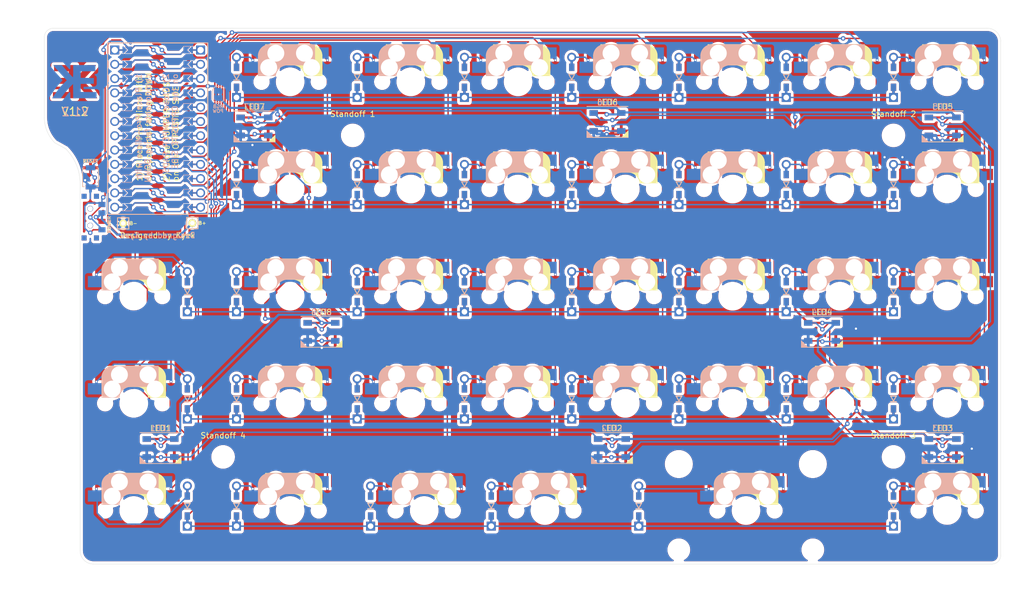
<source format=kicad_pcb>
(kicad_pcb (version 20211014) (generator pcbnew)
  (layers (0 "F.Cu" signal) (31 "B.Cu" signal) (34 "B.Paste" user) (35 "F.Paste" user) (36 "B.SilkS" user "B.Silkscreen") (37 "F.SilkS" user "F.Silkscreen") (38 "B.Mask" user) (39 "F.Mask" user) (44 "Edge.Cuts" user))
  (net 0 "")
  (net 1 "Net-(D1-Pad2)")
  (net 2 "ROW0")
  (net 3 "Net-(D2-Pad2)")
  (net 4 "Net-(D3-Pad2)")
  (net 5 "Net-(D4-Pad2)")
  (net 6 "Net-(D5-Pad2)")
  (net 7 "Net-(D6-Pad2)")
  (net 8 "Net-(D7-Pad2)")
  (net 9 "Net-(D8-Pad2)")
  (net 10 "ROW1")
  (net 11 "Net-(D9-Pad2)")
  (net 12 "Net-(D10-Pad2)")
  (net 13 "Net-(D11-Pad2)")
  (net 14 "Net-(D12-Pad2)")
  (net 15 "Net-(D13-Pad2)")
  (net 16 "Net-(D14-Pad2)")
  (net 17 "Net-(D15-Pad2)")
  (net 18 "ROW2")
  (net 19 "Net-(D16-Pad2)")
  (net 20 "Net-(D17-Pad2)")
  (net 21 "Net-(D18-Pad2)")
  (net 22 "Net-(D19-Pad2)")
  (net 23 "Net-(D20-Pad2)")
  (net 24 "Net-(D21-Pad2)")
  (net 25 "Net-(D22-Pad2)")
  (net 26 "Net-(D23-Pad2)")
  (net 27 "ROW3")
  (net 28 "Net-(D24-Pad2)")
  (net 29 "Net-(D25-Pad2)")
  (net 30 "Net-(D26-Pad2)")
  (net 31 "Net-(D27-Pad2)")
  (net 32 "Net-(D28-Pad2)")
  (net 33 "Net-(D29-Pad2)")
  (net 34 "Net-(D30-Pad2)")
  (net 35 "Net-(D31-Pad2)")
  (net 36 "ROW4")
  (net 37 "Net-(D32-Pad2)")
  (net 38 "Net-(D33-Pad2)")
  (net 39 "Net-(D34-Pad2)")
  (net 40 "Net-(D35-Pad2)")
  (net 41 "Net-(D36-Pad2)")
  (net 42 "COL1")
  (net 43 "COL2")
  (net 44 "COL3")
  (net 45 "COL4")
  (net 46 "COL5")
  (net 47 "COL6")
  (net 48 "COL7")
  (net 49 "COL0")
  (net 50 "Net-(LED1-Pad2)")
  (net 51 "GND")
  (net 52 "RGB")
  (net 53 "VCC")
  (net 54 "Net-(LED2-Pad2)")
  (net 55 "Net-(LED3-Pad2)")
  (net 56 "Net-(LED4-Pad2)")
  (net 57 "Net-(LED5-Pad2)")
  (net 58 "Net-(LED6-Pad2)")
  (net 59 "Net-(LED7-Pad2)")
  (net 60 "unconnected-(LED8-Pad2)")
  (net 65 "B+")
  (net 66 "RST")
  (net 67 "RAW")
  (net 68 "unconnected-(POWER1-Pad1)")
  (net 69 "RGB VCC")
  (footprint "* duckyb-collection:D_SMD_TH" (layer "F.Cu") (at 81.75625 48.41875 90)
    (fp_text reference "D1" hide)
    (fp_text value "D_Small" hide)
  )
  (footprint "* duckyb-collection:D_SMD_TH" (layer "F.Cu") (at 103.1875 48.41875 90)
    (fp_text reference "D2" hide)
    (fp_text value "D_Small" hide)
  )
  (footprint "* duckyb-collection:D_SMD_TH" (layer "F.Cu") (at 122.2375 48.41875 90)
    (fp_text reference "D3" hide)
    (fp_text value "D_Small" hide)
  )
  (footprint "* duckyb-collection:D_SMD_TH" (layer "F.Cu") (at 141.2875 48.41875 90)
    (fp_text reference "D4" hide)
    (fp_text value "D_Small" hide)
  )
  (footprint "* duckyb-collection:D_SMD_TH" (layer "F.Cu") (at 160.3375 48.41875 90)
    (fp_text reference "D5" hide)
    (fp_text value "D_Small" hide)
  )
  (footprint "* duckyb-collection:D_SMD_TH" (layer "F.Cu") (at 179.3875 48.41875 90)
    (fp_text reference "D6" hide)
    (fp_text value "D_Small" hide)
  )
  (footprint "* duckyb-collection:D_SMD_TH" (layer "F.Cu") (at 198.4375 48.41875 90)
    (fp_text reference "D7" hide)
    (fp_text value "D_Small" hide)
  )
  (footprint "* duckyb-collection:D_SMD_TH" (layer "F.Cu") (at 81.75625 67.46875 90)
    (fp_text reference "D8" hide)
    (fp_text value "D_Small" hide)
  )
  (footprint "* duckyb-collection:D_SMD_TH" (layer "F.Cu") (at 103.1875 67.46875 90)
    (fp_text reference "D9" hide)
    (fp_text value "D_Small" hide)
  )
  (footprint "* duckyb-collection:D_SMD_TH" (layer "F.Cu") (at 122.2375 67.46875 90)
    (fp_text reference "D10" hide)
    (fp_text value "D_Small" hide)
  )
  (footprint "* duckyb-collection:D_SMD_TH" (layer "F.Cu") (at 141.2875 67.46875 90)
    (fp_text reference "D11" hide)
    (fp_text value "D_Small" hide)
  )
  (footprint "* duckyb-collection:D_SMD_TH" (layer "F.Cu") (at 160.3375 67.46875 90)
    (fp_text reference "D12" hide)
    (fp_text value "D_Small" hide)
  )
  (footprint "* duckyb-collection:D_SMD_TH" (layer "F.Cu") (at 179.3875 67.46875 90)
    (fp_text reference "D13" hide)
    (fp_text value "D_Small" hide)
  )
  (footprint "* duckyb-collection:D_SMD_TH" (layer "F.Cu") (at 198.4375 67.46875 90)
    (fp_text reference "D14" hide)
    (fp_text value "D_Small" hide)
  )
  (footprint "* duckyb-collection:D_SMD_TH" (layer "F.Cu") (at 81.75625 86.51875 90)
    (fp_text reference "D16" hide)
    (fp_text value "D_Small" hide)
  )
  (footprint "* duckyb-collection:D_SMD_TH" (layer "F.Cu") (at 103.1875 86.51875 90)
    (fp_text reference "D17" hide)
    (fp_text value "D_Small" hide)
  )
  (footprint "* duckyb-collection:D_SMD_TH" (layer "F.Cu") (at 122.2375 86.51875 90)
    (fp_text reference "D18" hide)
    (fp_text value "D_Small" hide)
  )
  (footprint "* duckyb-collection:D_SMD_TH" (layer "F.Cu") (at 141.2875 86.51875 90)
    (fp_text reference "D19" hide)
    (fp_text value "D_Small" hide)
  )
  (footprint "* duckyb-collection:D_SMD_TH" (layer "F.Cu") (at 160.3375 86.51875 90)
    (fp_text reference "D20" hide)
    (fp_text value "D_Small" hide)
  )
  (footprint "* duckyb-collection:D_SMD_TH" (layer "F.Cu") (at 198.4375 86.51875 90)
    (fp_text reference "D22" hide)
    (fp_text value "D_Small" hide)
  )
  (footprint "* duckyb-collection:D_SMD_TH" (layer "F.Cu") (at 81.75625 105.56875 90)
    (fp_text reference "D24" hide)
    (fp_text value "D_Small" hide)
  )
  (footprint "* duckyb-collection:D_SMD_TH" (layer "F.Cu") (at 103.1875 105.56875 90)
    (fp_text reference "D25" hide)
    (fp_text value "D_Small" hide)
  )
  (footprint "* duckyb-collection:D_SMD_TH" (layer "F.Cu") (at 122.2375 105.56875 90)
    (fp_text reference "D26" hide)
    (fp_text value "D_Small" hide)
  )
  (footprint "* duckyb-collection:D_SMD_TH" (layer "F.Cu") (at 141.2875 105.56875 90)
    (fp_text reference "D27" hide)
    (fp_text value "D_Small" hide)
  )
  (footprint "* duckyb-collection:D_SMD_TH" (layer "F.Cu") (at 160.3375 105.56875 90)
    (fp_text reference "D28" hide)
    (fp_text value "D_Small" hide)
  )
  (footprint "* duckyb-collection:D_SMD_TH" (layer "F.Cu") (at 179.3875 105.56875 90)
    (fp_text reference "D29" hide)
    (fp_text value "D_Small" hide)
  )
  (footprint "* duckyb-collection:D_SMD_TH" (layer "F.Cu") (at 198.4375 105.56875 90)
    (fp_text reference "D30" hide)
    (fp_text value "D_Small" hide)
  )
  (footprint "* duckyb-collection:D_SMD_TH" (layer "F.Cu") (at 81.75625 124.61875 90)
    (fp_text reference "D32" hide)
    (fp_text value "D_Small" hide)
  )
  (footprint "* duckyb-collection:D_SMD_TH" (layer "F.Cu") (at 105.56875 124.61875 90)
    (fp_text reference "D33" hide)
    (fp_text value "D_Small" hide)
  )
  (footprint "* duckyb-collection:D_SMD_TH" (layer "F.Cu") (at 198.4375 124.61875 90)
    (fp_text reference "D36" hide)
    (fp_text value "D_Small" hide)
  )
  (footprint "* duckyb-collection:MX_socket_reversible" (layer "F.Cu") (at 91.28125 49.2125 180)
    (fp_text reference "MX1" hide)
    (fp_text value "MX-NoLED" hide)
  )
  (footprint "* duckyb-collection:MX_socket_reversible" (layer "F.Cu") (at 112.7125 49.2125 180)
    (fp_text reference "MX2" hide)
    (fp_text value "MX-NoLED" hide)
  )
  (footprint "* duckyb-collection:MX_socket_reversible" (layer "F.Cu") (at 150.8125 49.2125 180)
    (fp_text reference "MX4" hide)
    (fp_text value "MX-NoLED" hide)
  )
  (footprint "* duckyb-collection:MX_socket_reversible" (layer "F.Cu") (at 169.8625 49.2125 180)
    (fp_text reference "MX5" hide)
    (fp_text value "MX-NoLED" hide)
  )
  (footprint "* duckyb-collection:MX_socket_reversible" (layer "F.Cu") (at 188.9125 49.2125 180)
    (fp_text reference "MX6" hide)
    (fp_text value "MX-NoLED" hide)
  )
  (footprint "* duckyb-collection:MX_socket_reversible" (layer "F.Cu") (at 207.9625 49.2125 180)
    (fp_text reference "MX7" hide)
    (fp_text value "MX-NoLED" hide)
  )
  (footprint "* duckyb-collection:MX_socket_reversible" (layer "F.Cu") (at 91.28125 68.2625 180)
    (fp_text reference "MX8" hide)
    (fp_text value "MX-NoLED" hide)
  )
  (footprint "* duckyb-collection:MX_socket_reversible" (layer "F.Cu") (at 112.7125 68.2625 180)
    (fp_text reference "MX9" hide)
    (fp_text value "MX-NoLED" hide)
  )
  (footprint "* duckyb-collection:MX_socket_reversible" (layer "F.Cu") (at 131.7625 68.2625 180)
    (fp_text reference "MX10" hide)
    (fp_text value "MX-NoLED" hide)
  )
  (footprint "* duckyb-collection:MX_socket_reversible" (layer "F.Cu") (at 150.8125 68.2625 180)
    (fp_text reference "MX11" hide)
    (fp_text value "MX-NoLED" hide)
  )
  (footprint "* duckyb-collection:MX_socket_reversible" (layer "F.Cu") (at 169.8625 68.2625 180)
    (fp_text reference "MX12" hide)
    (fp_text value "MX-NoLED" hide)
  )
  (footprint "* duckyb-collection:MX_socket_reversible" (layer "F.Cu") (at 188.9125 68.2625 180)
    (fp_text reference "MX13" hide)
    (fp_text value "MX-NoLED" hide)
  )
  (footprint "* duckyb-collection:MX_socket_reversible" (layer "F.Cu") (at 207.9625 68.2625 180)
    (fp_text reference "MX14" hide)
    (fp_text value "MX-NoLED" hide)
  )
  (footprint "* duckyb-collection:MX_socket_reversible" (layer "F.Cu") (at 91.28125 87.3125 180)
    (fp_text reference "MX16" hide)
    (fp_text value "MX-NoLED" hide)
  )
  (footprint "* duckyb-collection:MX_socket_reversible" (layer "F.Cu") (at 112.7125 87.3125 180)
    (fp_text reference "MX17" hide)
    (fp_text value "MX-NoLED" hide)
  )
  (footprint "* duckyb-collection:MX_socket_reversible" (layer "F.Cu") (at 131.7625 87.3125 180)
    (fp_text reference "MX18" hide)
    (fp_text value "MX-NoLED" hide)
  )
  (footprint "* duckyb-collection:MX_socket_reversible" (layer "F.Cu") (at 150.8125 87.3125 180)
    (fp_text reference "MX19" hide)
    (fp_text value "MX-NoLED" hide)
  )
  (footprint "* duckyb-collection:MX_socket_reversible" (layer "F.Cu") (at 169.8625 87.3125 180)
    (fp_text reference "MX20" hide)
    (fp_text value "MX-NoLED" hide)
  )
  (footprint "* duckyb-collection:MX_socket_reversible" (layer "F.Cu") (at 188.9125 87.3125 180)
    (fp_text reference "MX21" hide)
    (fp_text value "MX-NoLED" hide)
  )
  (footprint "* duckyb-collection:MX_socket_reversible" (layer "F.Cu") (at 207.9625 87.3125 180)
    (fp_text reference "MX22" hide)
    (fp_text value "MX-NoLED" hide)
  )
  (footprint "* duckyb-collection:MX_socket_reversible" (layer "F.Cu") (at 91.28125 106.3625 180)
    (fp_text reference "MX24" hide)
    (fp_text value "MX-NoLED" hide)
  )
  (footprint "* duckyb-collection:MX_socket_reversible" (layer "F.Cu") (at 112.7125 106.3625 180)
    (fp_text reference "MX25" hide)
    (fp_text value "MX-NoLED" hide)
  )
  (footprint "* duckyb-collection:MX_socket_reversible" (layer "F.Cu") (at 131.7625 106.3625 180)
    (fp_text reference "MX26" hide)
    (fp_text value "MX-NoLED" hide)
  )
  (footprint "* duckyb-collection:MX_socket_reversible" (layer "F.Cu") (at 150.8125 106.3625 180)
    (fp_text reference "MX27" hide)
    (fp_text value "MX-NoLED" hide)
  )
  (footprint "* duckyb-collection:MX_socket_reversible" (layer "F.Cu") (at 169.8625 106.3625 180)
    (fp_text reference "MX28" hide)
    (fp_text value "MX-NoLED" hide)
  )
  (footprint "* duckyb-collection:MX_socket_reversible" (layer "F.Cu") (at 188.9125 106.3625 180)
    (fp_text reference "MX29" hide)
    (fp_text value "MX-NoLED" hide)
  )
  (footprint "* duckyb-collection:MX_socket_reversible" (layer "F.Cu") (at 207.9625 106.3625 180)
    (fp_text reference "MX30" hide)
    (fp_text value "MX-NoLED" hide)
  )
  (footprint "* duckyb-collection:MX_socket_reversible" (layer "F.Cu") (at 91.28125 125.4125 180)
    (fp_text reference "MX32" hide)
    (fp_text value "MX-NoLED" hide)
  )
  (footprint "* duckyb-collection:MX_socket_reversible" (layer "F.Cu") (at 136.525 125.4125 180)
    (fp_text reference "MX34" hide)
    (fp_text value "MX-NoLED" hide)
  )
  (footprint "* duckyb-collection:MX_socket_reversible" (layer "F.Cu") (at 207.9625 125.4125 180)
    (fp_text reference "MX36" hide)
    (fp_text value "MX-NoLED" hide)
  )
  (footprint "Promicro-Jumpers:ProMicro_facedown" (layer "F.Cu") (at 67.7545 57.531 -90)
    (fp_text reference "ProMicro1" hide)
    (fp_text value "ProMicro")
  )
  (footprint "* duckyb-collection:D_SMD_TH" (layer "F.Cu") (at 179.3875 86.51875 90)
    (fp_text reference "D21" hide)
    (fp_text value "D_Small" hide)
  )
  (footprint "Symbol:eternal-logo-8mm" (layer "F.Cu") (at 53.086 49.149)
    (fp_text reference "G***" hide)
    (fp_text value "LOGO" hide)
  )
  (footprint "MountingHole:MountingHole_3.2mm_M3_DIN965" (layer "F.Cu") (at 198.4375 58.7375)
    (fp_text reference "Standoff 2")
    (fp_text value "MountingHole_4.6mm_Pad_Via")
  )
  (footprint "MountingHole:MountingHole_3.2mm_M3_DIN965" (layer "F.Cu") (at 198.4375 115.8875)
    (fp_text reference "Standoff 3")
    (fp_text value "MountingHole_4.6mm_Pad_Via")
  )
  (footprint "MountingHole:MountingHole_3.2mm_M3_DIN965" (layer "F.Cu") (at 79.375 115.8875)
    (fp_text reference "Standoff 4")
    (fp_text value "MountingHole_4.6mm_Pad_Via")
  )
  (footprint "* duckyb-collection:MX_socket_reversible" (layer "F.Cu") (at 63.5 106.3625 180)
    (fp_text reference "MX23" hide)
    (fp_text value "MX-NoLED" hide)
  )
  (footprint "* duckyb-collection:MX_socket_reversible" (layer "F.Cu") (at 63.5 87.3125 180)
    (fp_text reference "MX15" hide)
    (fp_text value "MX-NoLED" hide)
  )
  (footprint "* duckyb-collection:D_SMD_TH" (layer "F.Cu") (at 73.025 86.51875 90)
    (fp_text reference "D15" hide)
    (fp_text value "D_Small" hide)
  )
  (footprint "* duckyb-collection:D_SMD_TH" (layer "F.Cu") (at 73.025 105.56875 90)
    (fp_text reference "D23" hide)
    (fp_text value "D_Small" hide)
  )
  (footprint "* duckyb-collection:MX_socket_reversible" (layer "F.Cu") (at 63.5 125.4125 180)
    (fp_text reference "MX31" hide)
    (fp_text value "MX-NoLED" hide)
  )
  (footprint "* duckyb-collection:D_SMD_TH" (layer "F.Cu") (at 73.025 124.61875 90)
    (fp_text reference "D31" hide)
    (fp_text value "D_Small" hide)
  )
  (footprint "* duckyb-collection:MX_socket_reversible" (layer "F.Cu") (at 131.7625 49.2125 180)
    (fp_text reference "MX3" hide)
    (fp_text value "MX-NoLED" hide)
  )
  (footprint "* duckyb-collection:D_SMD_TH" (layer "F.Cu") (at 127 124.61875 90)
    (fp_text reference "D34" hide)
    (fp_text value "D_Small" hide)
  )
  (footprint "Keyswitches by Daprice:Stabilizer_MX_2u" (layer "F.Cu") (at 172.212 125.4125 180)
    (fp_text reference "STAB1" hide)
    (fp_text value "Stabilizer_MX_2u" hide)
  )
  (footprint "* duckyb-collection:MX_socket_reversible" (layer "F.Cu") (at 172.24375 125.4125 180)
    (fp_text reference "MX35" hide)
    (fp_text value "MX-NoLED" hide)
  )
  (footprint "* duckyb-collection:MX_socket_reversible" (layer "F.Cu") (at 115.09375 125.4125 180)
    (fp_text reference "MX33" hide)
    (fp_text value "MX-NoLED" hide)
  )
  (footprint "* duckyb-collection:D_SMD_TH" (layer "F.Cu") (at 153.19375 124.61875 90)
    (fp_text reference "D35" hide)
    (fp_text value "D_Small" hide)
  )
  (footprint "* duckyb-collection:LED_WS2812B_PLCC4_5.0x5.0mm_P3.2mm" (layer "F.Cu") (at 207.16875 57.15)
    (fp_text reference "LED5")
    (fp_text value "WS2812B")
  )
  (footprint "* duckyb-collection:LED_WS2812B_PLCC4_5.0x5.0mm_P3.2mm" (layer "F.Cu") (at 207.16875 114.3)
    (fp_text reference "LED3")
    (fp_text value "WS2812B")
  )
  (footprint "* duckyb-collection:LED_WS2812B_PLCC4_5.0x5.0mm_P3.2mm" (layer "F.Cu") (at 148.43125 114.3)
    (fp_text reference "LED2")
    (fp_text value "WS2812B")
  )
  (footprint "* duckyb-collection:SPDT_C128955" (layer "F.Cu") (at 55.7862 73.2656 90)
    (fp_text reference "POWER1")
    (fp_text value "SW_SPDT")
  )
  (footprint "* duckyb-collection:LED_WS2812B_PLCC4_5.0x5.0mm_P3.2mm" (layer "F.Cu") (at 96.8375 93.6625)
    (fp_text reference "LED8")
    (fp_text value "WS2812B")
  )
  (footprint "* duckyb-collection:LED_WS2812B_PLCC4_5.0x5.0mm_P3.2mm" (layer "F.Cu") (at 84.93125 57.15)
    (fp_text reference "LED7")
    (fp_text value "WS2812B")
  )
  (footprint "* duckyb-collection:1pin_conn" (layer "F.Cu") (at 61.6204 74.3712)
    (fp_text reference "Batt-1")
    (fp_text value "MountingHole_Pad" hide)
  )
  (footprint "* duckyb-collection:LED_WS2812B_PLCC4_5.0x5.0mm_P3.2mm" (layer "F.Cu") (at 147.6375 56.35625)
    (fp_text reference "LED6")
    (fp_text value "WS2812B")
  )
  (footprint "* duckyb-collection:LED_WS2812B_PLCC4_5.0x5.0mm_P3.2mm" (layer "F.Cu") (at 185.7375 93.6625)
    (fp_text reference "LED4")
    (fp_text value "WS2812B")
  )
  (footprint "* duckyb-collection:Tactile-Switch_SMT" (layer "F.Cu") (at 55.8292 66.1924 -90)
    (fp_text reference "RSW1" hide)
    (fp_text value "SW_Push")
  )
  (footprint "MountingHole:MountingHole_3.2mm_M3_DIN965" (layer "F.Cu") (at 102.39375 58.7375)
    (fp_text reference "Standoff 1")
    (fp_text value "MountingHole_4.6mm_Pad_Via")
  )
  (footprint "* duckyb-collection:LED_WS2812B_PLCC4_5.0x5.0mm_P3.2mm" (layer "F.Cu") (at 68.2625 114.3)
    (fp_text reference "LED1")
    (fp_text value "WS2812B")
  )
  (footprint "* duckyb-collection:1pin_conn" (layer "F.Cu") (at 73.914 74.3204)
    (fp_text reference "Batt+1")
    (fp_text value "MountingHole_Pad" hide)
  )
  (footprint "Symbol:eternal-logo-8mm" (layer "B.Cu") (at 52.959 49.149 180)
    (fp_text reference "G***" hide)
    (fp_text value "LOGO" hide)
  )
  (footprint "Jumper:SolderJumper-2_P1.3mm_Bridged2Bar_RoundedPad1.0x1.5mm" (layer "B.Cu") (at 78.5368 51.4604 -90)
    (fp_text reference "JP1")
    (fp_text value "Jumper_2_Bridged")
  )
  (gr_line (start 53.975 132.55625) (end 53.975 67.292676) (layer "Edge.Cuts") (width 0.05))
  (gr_line (start 49.2125 39.6875) (end 215.10625 39.6875) (layer "Edge.Cuts") (width 0.05))
  (gr_line (start 56.35625 134.9375) (end 215.9 134.9375) (layer "Edge.Cuts") (width 0.05))
  (gr_line (start 217.4875 133.35) (end 217.4875 42.06875) (layer "Edge.Cuts") (width 0.05))
  (gr_arc (start 49.484872 60.052628) (mid 48.108365 57.99254) (end 47.625 55.5625) (layer "Edge.Cuts") (width 0.05))
  (gr_arc (start 51.417676 61.11875) (mid 53.310373 63.951371) (end 53.975 67.292676) (layer "Edge.Cuts") (width 0.05))
  (gr_arc (start 47.625 41.275) (mid 48.089968 40.152468) (end 49.2125 39.6875) (layer "Edge.Cuts") (width 0.05))
  (gr_line (start 49.484872 60.052628) (end 51.417676 61.11875) (layer "Edge.Cuts") (width 0.05))
  (gr_line (start 47.625 50.8) (end 47.625 55.5625) (layer "Edge.Cuts") (width 0.05))
  (gr_arc (start 215.10625 39.6875) (mid 216.790048 40.384952) (end 217.4875 42.06875) (layer "Edge.Cuts") (width 0.05))
  (gr_arc (start 56.35625 134.9375) (mid 54.672452 134.240048) (end 53.975 132.55625) (layer "Edge.Cuts") (width 0.05))
  (gr_arc (start 217.4875 133.35) (mid 217.022532 134.472532) (end 215.9 134.9375) (layer "Edge.Cuts") (width 0.05))
  (gr_line (start 47.625 41.275) (end 47.625 50.8) (layer "Edge.Cuts") (width 0.05))
  (gr_text "Designed by Kyek" (at 67.7545 76.5048) (layer "B.SilkS") (effects (font (size 1 1)) (justify mirror)))
  (gr_text "V1.2" (at 53.086 54.5592) (layer "B.SilkS") (effects (font (size 1.5 1.5) (thickness 0.2)) (justify mirror)))
  (gr_text "1) Place Pro-Micro with\ncomponents facing DOWN\n\n2) Close JUMPER PADS\non the OPPOSITE SIDE" (at 67.616333 47.6885 90) (layer "B.SilkS") (effects (font (size 1 1)) (justify left mirror)))
  (gr_text "RESET" (at 55.8292 63.2968) (layer "B.SilkS") (effects (font (size 0.6 0.6) (thickness 0.12)) (justify mirror)))
  (gr_text "POWER" (at 59.1312 74.6252 90) (layer "B.SilkS") (effects (font (size 0.6 0.6) (thickness 0.12)) (justify mirror)))
  (gr_text "V1.2" (at 53.086 54.5084) (layer "F.SilkS") (effects (font (size 1.5 1.5) (thickness 0.2))))
  (gr_text "1) Place Pro-Micro with\ncomponents facing DOWN\n\n2) Close JUMPER PADS\non the OPPOSITE SIDE" (at 67.7545 66.9925 90) (layer "F.SilkS") (effects (font (size 1 1)) (justify left)))
  (gr_text "Designed by Kyek" (at 67.7545 76.5048) (layer "F.SilkS") (effects (font (size 1 1))))
  (segment (start 84.66125 45.3625) (end 84.1415 44.84275) (width 0.254) (layer "B.Cu") (net 1))
  (segment (start 84.1415 44.84275) (end 81.75625 44.84275) (width 0.254) (layer "B.Cu") (net 1))
  (segment (start 81.356239 52.394761) (end 81.75625 51.99475) (width 0.254) (layer "F.Cu") (net 2))
  (segment (start 81.356239 61.6204) (end 81.356239 52.394761) (width 0.254) (layer "F.Cu") (net 2))
  (via (at 81.356239 61.6204) (size 0.8) (drill 0.4) (layers "F.Cu" "B.Cu") (net 2))
  (segment (start 78.375489 72.627511) (end 73.707011 72.627511) (width 0.254) (layer "B.Cu") (net 2))
  (segment (start 81.75625 51.99475) (end 103.1875 51.99475) (width 0.254) (layer "B.Cu") (net 2))
  (segment (start 81.356239 61.6204) (end 80.01 62.966639) (width 0.254) (layer "B.Cu") (net 2))
  (segment (start 73.707011 72.627511) (end 72.5805 71.501) (width 0.254) (layer "B.Cu") (net 2))
  (segment (start 122.2375 51.99475) (end 141.2875 51.99475) (width 0.254) (layer "B.Cu") (net 2))
  (segment (start 103.1875 51.99475) (end 122.2375 51.99475) (width 0.254) (layer "B.Cu") (net 2))
  (segment (start 160.3375 51.99475) (end 179.3875 51.99475) (width 0.254) (layer "B.Cu") (net 2))
  (segment (start 141.2875 51.99475) (end 160.3375 51.99475) (width 0.254) (layer "B.Cu") (net 2))
  (segment (start 179.3875 51.99475) (end 198.4375 51.99475) (width 0.254) (layer "B.Cu") (net 2))
  (segment (start 80.01 70.993) (end 78.375489 72.627511) (width 0.254) (layer "B.Cu") (net 2))
  (segment (start 80.01 62.966639) (end 80.01 70.993) (width 0.254) (layer "B.Cu") (net 2))
  (segment (start 106.0925 45.3625) (end 105.57275 44.84275) (width 0.254) (layer "B.Cu") (net 3))
  (segment (start 105.57275 44.84275) (end 103.1875 44.84275) (width 0.254) (layer "B.Cu") (net 3))
  (segment (start 125.1425 45.3625) (end 124.62275 44.84275) (width 0.254) (layer "B.Cu") (net 4))
  (segment (start 124.62275 44.84275) (end 122.2375 44.84275) (width 0.254) (layer "B.Cu") (net 4))
  (segment (start 143.67275 44.84275) (end 141.2875 44.84275) (width 0.254) (layer "B.Cu") (net 5))
  (segment (start 144.1925 45.3625) (end 143.67275 44.84275) (width 0.254) (layer "B.Cu") (net 5))
  (segment (start 163.2425 45.3625) (end 162.72275 44.84275) (width 0.254) (layer "B.Cu") (net 6))
  (segment (start 162.72275 44.84275) (end 160.3375 44.84275) (width 0.254) (layer "B.Cu") (net 6))
  (segment (start 181.77275 44.84275) (end 179.3875 44.84275) (width 0.254) (layer "B.Cu") (net 7))
  (segment (start 182.2925 45.3625) (end 181.77275 44.84275) (width 0.254) (layer "B.Cu") (net 7))
  (segment (start 201.3425 45.3625) (end 200.82275 44.84275) (width 0.254) (layer "B.Cu") (net 8))
  (segment (start 200.82275 44.84275) (end 198.4375 44.84275) (width 0.254) (layer "B.Cu") (net 8))
  (segment (start 84.66125 64.4125) (end 84.1415 63.89275) (width 0.254) (layer "B.Cu") (net 9))
  (segment (start 84.1415 63.89275) (end 81.75625 63.89275) (width 0.254) (layer "B.Cu") (net 9))
  (segment (start 76.510914 70.516514) (end 76.923428 70.104) (width 0.254) (layer "F.Cu") (net 10))
  (segment (start 80.8155 70.104) (end 81.75625 71.04475) (width 0.254) (layer "F.Cu") (net 10))
  (segment (start 76.923428 70.104) (end 80.8155 70.104) (width 0.254) (layer "F.Cu") (net 10))
  (via (at 76.510914 70.516514) (size 0.8) (drill 0.4) (layers "F.Cu" "B.Cu") (net 10))
  (segment (start 122.2375 71.04475) (end 103.1875 71.04475) (width 0.254) (layer "B.Cu") (net 10))
  (segment (start 76.0984 70.104) (end 73.7235 70.104) (width 0.254) (layer "B.Cu") (net 10))
  (segment (start 73.7235 70.104) (end 72.5805 68.961) (width 0.254) (layer "B.Cu") (net 10))
  (segment (start 160.3375 71.04475) (end 141.2875 71.04475) (width 0.254) (layer "B.Cu") (net 10))
  (segment (start 76.510914 70.516514) (end 76.0984 70.104) (width 0.254) (layer "B.Cu") (net 10))
  (segment (start 179.3875 71.04475) (end 160.3375 71.04475) (width 0.254) (layer "B.Cu") (net 10))
  (segment (start 198.4375 71.04475) (end 179.3875 71.04475) (width 0.254) (layer "B.Cu") (net 10))
  (segment (start 141.2875 71.04475) (end 122.2375 71.04475) (width 0.254) (layer "B.Cu") (net 10))
  (segment (start 103.1875 71.04475) (end 81.75625 71.04475) (width 0.254) (layer "B.Cu") (net 10))
  (segment (start 105.57275 63.89275) (end 103.1875 63.89275) (width 0.254) (layer "B.Cu") (net 11))
  (segment (start 106.0925 64.4125) (end 105.57275 63.89275) (width 0.254) (layer "B.Cu") (net 11))
  (segment (start 125.1425 64.4125) (end 124.62275 63.89275) (width 0.254) (layer "B.Cu") (net 12))
  (segment (start 124.62275 63.89275) (end 122.2375 63.89275) (width 0.254) (layer "B.Cu") (net 12))
  (segment (start 143.67275 63.89275) (end 141.2875 63.89275) (width 0.254) (layer "B.Cu") (net 13))
  (segment (start 144.1925 64.4125) (end 143.67275 63.89275) (width 0.254) (layer "B.Cu") (net 13))
  (segment (start 163.2425 64.4125) (end 162.72275 63.89275) (width 0.254) (layer "B.Cu") (net 14))
  (segment (start 162.72275 63.89275) (end 160.3375 63.89275) (width 0.254) (layer "B.Cu") (net 14))
  (segment (start 182.2925 64.4125) (end 181.77275 63.89275) (width 0.254) (layer "B.Cu") (net 15))
  (segment (start 181.77275 63.89275) (end 179.3875 63.89275) (width 0.254) (layer "B.Cu") (net 15))
  (segment (start 200.82275 63.89275) (end 198.4375 63.89275) (width 0.254) (layer "B.Cu") (net 16))
  (segment (start 201.3425 64.4125) (end 200.82275 63.89275) (width 0.254) (layer "B.Cu") (net 16))
  (segment (start 73.025 82.94275) (end 70.438229 80.355979) (width 0.254) (layer "B.Cu") (net 17))
  (segment (start 59.986521 80.355979) (end 56.88 83.4625) (width 0.254) (layer "B.Cu") (net 17))
  (segment (start 70.438229 80.355979) (end 59.986521 80.355979) (width 0.254) (layer "B.Cu") (net 17))
  (segment (start 77.2668 84.05195) (end 73.025 88.29375) (width 0.254) (layer "F.Cu") (net 18))
  (segment (start 77.2668 71.374) (end 77.2668 84.05195) (width 0.254) (layer "F.Cu") (net 18))
  (via (at 77.2668 71.374) (size 0.8) (drill 0.4) (layers "F.Cu" "B.Cu") (net 18))
  (segment (start 77.2668 69.0372) (end 75.946 67.7164) (width 0.254) (layer "B.Cu") (net 18))
  (segment (start 81.75625 90.09475) (end 73.025 90.09475) (width 0.254) (layer "B.Cu") (net 18))
  (segment (start 160.3375 90.09475) (end 141.2875 90.09475) (width 0.254) (layer "B.Cu") (net 18))
  (segment (start 141.2875 90.09475) (end 122.2375 90.09475) (width 0.254) (layer "B.Cu") (net 18))
  (segment (start 73.8759 67.7164) (end 72.5805 66.421) (width 0.254) (layer "B.Cu") (net 18))
  (segment (start 77.2668 71.374) (end 77.2668 69.0372) (width 0.254) (layer "B.Cu") (net 18))
  (segment (start 122.2375 90.09475) (end 103.1875 90.09475) (width 0.254) (layer "B.Cu") (net 18))
  (segment (start 198.4375 90.09475) (end 179.3875 90.09475) (width 0.254) (layer "B.Cu") (net 18))
  (segment (start 75.946 67.7164) (end 73.8759 67.7164) (width 0.254) (layer "B.Cu") (net 18))
  (segment (start 179.3875 90.09475) (end 160.3375 90.09475) (width 0.254) (layer "B.Cu") (net 18))
  (segment (start 103.1875 90.09475) (end 81.75625 90.09475) (width 0.254) (layer "B.Cu") (net 18))
  (segment (start 84.66125 83.4625) (end 84.1415 82.94275) (width 0.254) (layer "B.Cu") (net 19))
  (segment (start 84.1415 82.94275) (end 81.75625 82.94275) (width 0.254) (layer "B.Cu") (net 19))
  (segment (start 105.57275 82.94275) (end 103.1875 82.94275) (width 0.254) (layer "B.Cu") (net 20))
  (segment (start 106.0925 83.4625) (end 105.57275 82.94275) (width 0.254) (layer "B.Cu") (net 20))
  (segment (start 125.1425 83.4625) (end 124.62275 82.94275) (width 0.254) (layer "B.Cu") (net 21))
  (segment (start 124.62275 82.94275) (end 122.2375 82.94275) (width 0.254) (layer "B.Cu") (net 21))
  (segment (start 144.1925 83.4625) (end 143.67275 82.94275) (width 0.254) (layer "B.Cu") (net 22))
  (segment (start 143.67275 82.94275) (end 141.2875 82.94275) (width 0.254) (layer "B.Cu") (net 22))
  (segment (start 163.2425 83.4625) (end 162.72275 82.94275) (width 0.254) (layer "B.Cu") (net 23))
  (segment (start 162.72275 82.94275) (end 160.3375 82.94275) (width 0.254) (layer "B.Cu") (net 23))
  (segment (start 182.2925 83.4625) (end 181.77275 82.94275) (width 0.254) (layer "B.Cu") (net 24))
  (segment (start 181.77275 82.94275) (end 179.3875 82.94275) (width 0.254) (layer "B.Cu") (net 24))
  (segment (start 200.82275 82.94275) (end 198.4375 82.94275) (width 0.254) (layer "B.Cu") (net 25))
  (segment (start 201.3425 83.4625) (end 200.82275 82.94275) (width 0.254) (layer "B.Cu") (net 25))
  (segment (start 70.438229 99.405979) (end 59.986521 99.405979) (width 0.254) (layer "B.Cu") (net 26))
  (segment (start 73.025 101.99275) (end 70.438229 99.405979) (width 0.254) (layer "B.Cu") (net 26))
  (segment (start 59.986521 99.405979) (end 56.88 102.5125) (width 0.254) (layer "B.Cu") (net 26))
  (segment (start 77.72032 71.947923) (end 77.72032 84.239804) (width 0.254) (layer "F.Cu") (net 27))
  (segment (start 74.5236 87.436524) (end 74.5236 105.84515) (width 0.254) (layer "F.Cu") (net 27))
  (segment (start 74.5236 105.84515) (end 73.025 107.34375) (width 0.254) (layer "F.Cu") (net 27))
  (segment (start 78.105615 71.562628) (end 77.72032 71.947923) (width 0.254) (layer "F.Cu") (net 27))
  (segment (start 78.105615 70.8305) (end 78.105615 71.562628) (width 0.254) (layer "F.Cu") (net 27))
  (segment (start 77.72032 84.239804) (end 74.5236 87.436524) (width 0.254) (layer "F.Cu") (net 27))
  (via (at 78.105615 70.8305) (size 0.8) (drill 0.4) (layers "F.Cu" "B.Cu") (net 27))
  (segment (start 179.3875 109.14475) (end 160.3375 109.14475) (width 0.254) (layer "B.Cu") (net 27))
  (segment (start 122.2375 109.14475) (end 103.1875 109.14475) (width 0.254) (layer "B.Cu") (net 27))
  (segment (start 76.2 65.1764) (end 77.724 66.7004) (width 0.254) (layer "B.Cu") (net 27))
  (segment (start 77.724 70.448885) (end 78.105615 70.8305) (width 0.254) (layer "B.Cu") (net 27))
  (segment (start 73.8759 65.1764) (end 76.2 65.1764) (width 0.254) (layer "B.Cu") (net 27))
  (segment (start 103.1875 109.14475) (end 81.75625 109.14475) (width 0.254) (layer "B.Cu") (net 27))
  (segment (start 198.4375 109.14475) (end 179.3875 109.14475) (width 0.254) (layer "B.Cu") (net 27))
  (segment (start 77.724 66.7004) (end 77.724 70.448885) (width 0.254) (layer "B.Cu") (net 27))
  (segment (start 160.3375 109.14475) (end 141.2875 109.14475) (width 0.254) (layer "B.Cu") (net 27))
  (segment (start 81.75625 109.14475) (end 73.025 109.14475) (width 0.254) (layer "B.Cu") (net 27))
  (segment (start 141.2875 109.14475) (end 122.2375 109.14475) (width 0.254) (layer "B.Cu") (net 27))
  (segment (start 72.5805 63.881) (end 73.8759 65.1764) (width 0.254) (layer "B.Cu") (net 27))
  (segment (start 84.66125 102.5125) (end 84.1415 101.99275) (width 0.254) (layer "B.Cu") (net 28))
  (segment (start 84.1415 101.99275) (end 81.75625 101.99275) (width 0.254) (layer "B.Cu") (net 28))
  (segment (start 106.0925 102.5125) (end 105.57275 101.99275) (width 0.254) (layer "B.Cu") (net 29))
  (segment (start 105.57275 101.99275) (end 103.1875 101.99275) (width 0.254) (layer "B.Cu") (net 29))
  (segment (start 125.1425 102.5125) (end 124.62275 101.99275) (width 0.254) (layer "B.Cu") (net 30))
  (segment (start 124.62275 101.99275) (end 122.2375 101.99275) (width 0.254) (layer "B.Cu") (net 30))
  (segment (start 143.67275 101.99275) (end 141.2875 101.99275) (width 0.254) (layer "B.Cu") (net 31))
  (segment (start 144.1925 102.5125) (end 143.67275 101.99275) (width 0.254) (layer "B.Cu") (net 31))
  (segment (start 162.72275 101.99275) (end 160.3375 101.99275) (width 0.254) (layer "B.Cu") (net 32))
  (segment (start 163.2425 102.5125) (end 162.72275 101.99275) (width 0.254) (layer "B.Cu") (net 32))
  (segment (start 182.2925 102.5125) (end 181.77275 101.99275) (width 0.254) (layer "B.Cu") (net 33))
  (segment (start 181.77275 101.99275) (end 179.3875 101.99275) (width 0.254) (layer "B.Cu") (net 33))
  (segment (start 201.3425 102.5125) (end 200.82275 101.99275) (width 0.254) (layer "B.Cu") (net 34))
  (segment (start 200.82275 101.99275) (end 198.4375 101.99275) (width 0.254) (layer "B.Cu") (net 34))
  (segment (start 68.029729 127.839021) (end 73.025 122.84375) (width 0.254) (layer "B.Cu") (net 35))
  (segment (start 57.012 122.8325) (end 57.012 125.880485) (width 0.254) (layer "B.Cu") (net 35))
  (segment (start 57.012 125.880485) (end 58.970536 127.839021) (width 0.254) (layer "B.Cu") (net 35))
  (segment (start 58.970536 127.839021) (end 68.029729 127.839021) (width 0.254) (layer "B.Cu") (net 35))
  (segment (start 78.17384 72.135777) (end 78.17384 84.427658) (width 0.254) (layer "F.Cu") (net 36))
  (segment (start 74.97712 124.44163) (end 73.025 126.39375) (width 0.254) (layer "F.Cu") (net 36))
  (segment (start 78.559135 71.750482) (end 78.17384 72.135777) (width 0.254) (layer "F.Cu") (net 36))
  (segment (start 79.127986 70.847586) (end 78.559135 71.416437) (width 0.254) (layer "F.Cu") (net 36))
  (segment (start 78.559135 71.416437) (end 78.559135 71.750482) (width 0.254) (layer "F.Cu") (net 36))
  (segment (start 74.97712 87.624378) (end 74.97712 124.44163) (width 0.254) (layer "F.Cu") (net 36))
  (segment (start 78.17384 84.427658) (end 74.97712 87.624378) (width 0.254) (layer "F.Cu") (net 36))
  (via (at 79.127986 70.847586) (size 0.8) (drill 0.4) (layers "F.Cu" "B.Cu") (net 36))
  (segment (start 198.4375 128.19475) (end 153.19375 128.19475) (width 0.254) (layer "B.Cu") (net 36))
  (segment (start 75.8444 62.6364) (end 78.17752 64.96952) (width 0.254) (layer "B.Cu") (net 36))
  (segment (start 127 128.19475) (end 105.56875 128.19475) (width 0.254) (layer "B.Cu") (net 36))
  (segment (start 78.17752 64.96952) (end 78.17752 69.874962) (width 0.254) (layer "B.Cu") (net 36))
  (segment (start 153.19375 128.19475) (end 127 128.19475) (width 0.254) (layer "B.Cu") (net 36))
  (segment (start 79.127986 70.825428) (end 79.127986 70.847586) (width 0.254) (layer "B.Cu") (net 36))
  (segment (start 78.17752 69.874962) (end 79.127986 70.825428) (width 0.254) (layer "B.Cu") (net 36))
  (segment (start 105.56875 128.19475) (end 81.75625 128.19475) (width 0.254) (layer "B.Cu") (net 36))
  (segment (start 73.8759 62.6364) (end 75.8444 62.6364) (width 0.254) (layer "B.Cu") (net 36))
  (segment (start 81.75625 128.19475) (end 73.025 128.19475) (width 0.254) (layer "B.Cu") (net 36))
  (segment (start 72.5805 61.341) (end 73.8759 62.6364) (width 0.254) (layer "B.Cu") (net 36))
  (segment (start 84.66125 121.5625) (end 84.1415 121.04275) (width 0.254) (layer "B.Cu") (net 37))
  (segment (start 84.1415 121.04275) (end 81.75625 121.04275) (width 0.254) (layer "B.Cu") (net 37))
  (segment (start 108.47375 121.5625) (end 107.954 121.04275) (width 0.254) (layer "B.Cu") (net 38))
  (segment (start 107.954 121.04275) (end 105.56875 121.04275) (width 0.254) (layer "B.Cu") (net 38))
  (segment (start 129.905 121.5625) (end 129.38525 121.04275) (width 0.254) (layer "B.Cu") (net 39))
  (segment (start 129.38525 121.04275) (end 127 121.04275) (width 0.254) (layer "B.Cu") (net 39))
  (segment (start 153.7135 121.5625) (end 153.19375 121.04275) (width 0.254) (layer "B.Cu") (net 40))
  (segment (start 165.62375 121.5625) (end 153.7135 121.5625) (width 0.254) (layer "B.Cu") (net 40))
  (segment (start 201.3425 121.5625) (end 200.82275 121.04275) (width 0.254) (layer "B.Cu") (net 41))
  (segment (start 200.82275 121.04275) (end 198.4375 121.04275) (width 0.254) (layer "B.Cu") (net 41))
  (segment (start 97.90125 65.8145) (end 97.90125 83.4625) (width 0.254) (layer "F.Cu") (net 42))
  (segment (start 94.794729 42.255979) (end 97.90125 45.3625) (width 0.254) (layer "F.Cu") (net 42))
  (segment (start 80.629739 65.370261) (end 80.629739 44.370261) (width 0.254) (layer "F.Cu") (net 42))
  (segment (start 97.90125 103.9145) (end 97.90125 121.5625) (width 0.254) (layer "F.Cu") (net 42))
  (segment (start 97.76925 65.6825) (end 97.90125 65.8145) (width 0.254) (layer "F.Cu") (net 42))
  (segment (start 97.76925 87.10125) (end 101.219 90.551) (width 0.254) (layer "F.Cu") (net 42))
  (segment (start 97.76925 103.7825) (end 97.90125 103.9145) (width 0.254) (layer "F.Cu") (net 42))
  (segment (start 75.912489 70.087511) (end 80.629739 65.370261) (width 0.254) (layer "F.Cu") (net 42))
  (segment (start 97.90125 46.7645) (end 97.90125 64.4125) (width 0.254) (layer "F.Cu") (net 42))
  (segment (start 101.219 100.33275) (end 97.76925 103.7825) (width 0.254) (layer "F.Cu") (net 42))
  (segment (start 97.76925 84.7325) (end 97.76925 87.10125) (width 0.254) (layer "F.Cu") (net 42))
  (segment (start 80.629739 44.370261) (end 82.744021 42.255979) (width 0.254) (layer "F.Cu") (net 42))
  (segment (start 101.219 90.551) (end 101.219 100.33275) (width 0.254) (layer "F.Cu") (net 42))
  (segment (start 97.76925 46.6325) (end 97.90125 46.7645) (width 0.254) (layer "F.Cu") (net 42))
  (segment (start 82.744021 42.255979) (end 94.794729 42.255979) (width 0.254) (layer "F.Cu") (net 42))
  (segment (start 73.707011 70.087511) (end 75.912489 70.087511) (width 0.254) (layer "F.Cu") (net 42))
  (segment (start 72.5805 68.961) (end 73.707011 70.087511) (width 0.254) (layer "F.Cu") (net 42))
  (segment (start 75.952489 67.547511) (end 80.176219 63.323781) (width 0.254) (layer "F.Cu") (net 43))
  (segment (start 82.556167 41.802459) (end 115.772459 41.802459) (width 0.254) (layer "F.Cu") (net 43))
  (segment (start 115.772459 41.802459) (end 119.3325 45.3625) (width 0.254) (layer "F.Cu") (net 43))
  (segment (start 119.2005 103.7825) (end 119.2005 119.04925) (width 0.254) (layer "F.Cu") (net 43))
  (segment (start 119.3325 65.8145) (end 119.3325 83.4625) (width 0.254) (layer "F.Cu") (net 43))
  (segment (start 72.5805 66.421) (end 73.707011 67.547511) (width 0.254) (layer "F.Cu") (net 43))
  (segment (start 80.176219 44.182407) (end 82.556167 41.802459) (width 0.254) (layer "F.Cu") (net 43))
  (segment (start 119.2005 84.7325) (end 119.3325 84.8645) (width 0.254) (layer "F.Cu") (net 43))
  (segment (start 119.2005 65.6825) (end 119.3325 65.8145) (width 0.254) (layer "F.Cu") (net 43))
  (segment (start 73.707011 67.547511) (end 75.952489 67.547511) (width 0.254) (layer "F.Cu") (net 43))
  (segment (start 119.3325 84.8645) (end 119.3325 102.5125) (width 0.254) (layer "F.Cu") (net 43))
  (segment (start 80.176219 63.323781) (end 80.176219 44.182407) (width 0.254) (layer "F.Cu") (net 43))
  (segment (start 119.3325 46.7645) (end 119.3325 64.4125) (width 0.254) (layer "F.Cu") (net 43))
  (segment (start 119.2005 46.6325) (end 119.3325 46.7645) (width 0.254) (layer "F.Cu") (net 43))
  (segment (start 119.2005 119.04925) (end 121.71375 121.5625) (width 0.254) (layer "F.Cu") (net 43))
  (segment (start 134.368939 41.348939) (end 138.3825 45.3625) (width 0.254) (layer "F.Cu") (net 44))
  (segment (start 72.5805 63.881) (end 73.707011 65.007511) (width 0.254) (layer "F.Cu") (net 44))
  (segment (start 75.992489 65.007511) (end 79.722699 61.277301) (width 0.254) (layer "F.Cu") (net 44))
  (segment (start 79.722699 43.994553) (end 82.368313 41.348939) (width 0.254) (layer "F.Cu") (net 44))
  (segment (start 138.3825 65.8145) (end 138.3825 83.4625) (width 0.254) (layer "F.Cu") (net 44))
  (segment (start 138.2505 46.6325) (end 138.3825 46.7645) (width 0.254) (layer "F.Cu") (net 44))
  (segment (start 138.2505 65.6825) (end 138.3825 65.8145) (width 0.254) (layer "F.Cu") (net 44))
  (segment (start 73.707011 65.007511) (end 75.992489 65.007511) (width 0.254) (layer "F.Cu") (net 44))
  (segment (start 138.3825 46.7645) (end 138.3825 64.4125) (width 0.254) (layer "F.Cu") (net 44))
  (segment (start 79.722699 61.277301) (end 79.722699 43.994553) (width 0.254) (layer "F.Cu") (net 44))
  (segment (start 138.2505 103.7825) (end 138.2505 116.668) (width 0.254) (layer "F.Cu") (net 44))
  (segment (start 82.368313 41.348939) (end 134.368939 41.348939) (width 0.254) (layer "F.Cu") (net 44))
  (segment (start 138.2505 84.7325) (end 138.3825 84.8645) (width 0.254) (layer "F.Cu") (net 44))
  (segment (start 138.3825 84.8645) (end 138.3825 102.5125) (width 0.254) (layer "F.Cu") (net 44))
  (segment (start 138.2505 116.668) (end 143.145 121.5625) (width 0.254) (layer "F.Cu") (net 44))
  (segment (start 157.4325 84.8645) (end 157.4325 102.5125) (width 0.254) (layer "F.Cu") (net 45))
  (segment (start 152.965419 40.895419) (end 157.4325 45.3625) (width 0.254) (layer "F.Cu") (net 45))
  (segment (start 79.269179 59.230821) (end 79.269179 43.806699) (width 0.254) (layer "F.Cu") (net 45))
  (segment (start 82.180459 40.895419) (end 152.965419 40.895419) (width 0.254) (layer "F.Cu") (net 45))
  (segment (start 157.3005 84.7325) (end 157.4325 84.8645) (width 0.254) (layer "F.Cu") (net 45))
  (segment (start 157.4325 46.7645) (end 157.4325 64.4125) (width 0.254) (layer "F.Cu") (net 45))
  (segment (start 72.5805 61.341) (end 73.707011 62.467511) (width 0.254) (layer "F.Cu") (net 45))
  (segment (start 79.269179 43.806699) (end 82.180459 40.895419) (width 0.254) (layer "F.Cu") (net 45))
  (segment (start 73.707011 62.467511) (end 76.032489 62.467511) (width 0.254) (layer "F.Cu") (net 45))
  (segment (start 157.4325 65.8145) (end 157.4325 83.4625) (width 0.254) (layer "F.Cu") (net 45))
  (segment (start 157.3005 65.6825) (end 157.4325 65.8145) (width 0.254) (layer "F.Cu") (net 45))
  (segment (start 76.032489 62.467511) (end 79.269179 59.230821) (width 0.254) (layer "F.Cu") (net 45))
  (segment (start 157.3005 46.6325) (end 157.4325 46.7645) (width 0.254) (layer "F.Cu") (net 45))
  (segment (start 72.5805 58.801) (end 73.707011 59.927511) (width 0.254) (layer "F.Cu") (net 46))
  (segment (start 171.561899 40.441899) (end 176.4825 45.3625) (width 0.254) (layer "F.Cu") (net 46))
  (segment (start 176.4825 46.7645) (end 176.4825 64.4125) (width 0.254) (layer "F.Cu") (net 46))
  (segment (start 78.815659 57) (end 78.815659 43.618845) (width 0.254) (layer "F.Cu") (net 46))
  (segment (start 176.3505 65.6825) (end 176.4825 65.8145) (width 0.254) (layer "F.Cu") (net 46))
  (segment (start 176.4825 84.8645) (end 176.4825 102.5125) (width 0.254) (layer "F.Cu") (net 46))
  (segment (start 81.992605 40.441899) (end 171.561899 40.441899) (width 0.254) (layer "F.Cu") (net 46))
  (segment (start 176.4825 65.8145) (end 176.4825 83.4625) (width 0.254) (layer "F.Cu") (net 46))
  (segment (start 75.888148 59.927511) (end 78.815659 57) (width 0.254) (layer "F.Cu") (net 46))
  (segment (start 73.707011 59.927511) (end 75.888148 59.927511) (width 0.254) (layer "F.Cu") (net 46))
  (segment (start 176.3505 108.360772) (end 178.86375 110.874022) (width 0.254) (layer "F.Cu") (net 46))
  (segment (start 178.86375 110.874022) (end 178.86375 121.5625) (width 0.254) (layer "F.Cu") (net 46))
  (segment (start 176.3505 84.7325) (end 176.4825 84.8645) (width 0.254) (layer "F.Cu") (net 46))
  (segment (start 176.3505 46.6325) (end 176.4825 46.7645) (width 0.254) (layer "F.Cu") (net 46))
  (segment (start 176.3505 103.7825) (end 176.3505 108.360772) (width 0.254) (layer "F.Cu") (net 46))
  (segment (start 78.815659 43.618845) (end 81.992605 40.441899) (width 0.254) (layer "F.Cu") (net 46))
  (segment (start 195.4005 56.787259) (end 194.910989 57.27677) (width 0.254) (layer "F.Cu") (net 47))
  (segment (start 195.4005 84.7325) (end 195.5325 84.8645) (width 0.254) (layer "F.Cu") (net 47))
  (segment (start 78.362139 44) (end 78.362139 43.044937) (width 0.254) (layer "F.Cu") (net 47))
  (segment (start 73.707011 57.387511) (end 76.112489 57.387511) (width 0.254) (layer "F.Cu") (net 47))
  (segment (start 72.5805 56.261) (end 73.707011 57.387511) (width 0.254) (layer "F.Cu") (net 47))
  (segment (start 195.5325 84.8645) (end 195.5325 102.5125) (width 0.254) (layer "F.Cu") (net 47))
  (segment (start 195.5325 65.8145) (end 195.5325 83.4625) (width 0.254) (layer "F.Cu") (net 47))
  (segment (start 78.362139 55.137861) (end 78.362139 44) (width 0.254) (layer "F.Cu") (net 47))
  (segment (start 78.362139 43.044937) (end 80.953538 40.453538) (width 0.254) (layer "F.Cu") (net 47))
  (segment (start 76.112489 57.387511) (end 78.362139 55.137861) (width 0.254) (layer "F.Cu") (net 47))
  (segment (start 195.4005 46.6325) (end 195.4005 56.787259) (width 0.254) (layer "F.Cu") (net 47))
  (segment (start 194.910989 57.27677) (end 194.910989 63.790989) (width 0.254) (layer "F.Cu") (net 47))
  (segment (start 195.4005 65.6825) (end 195.5325 65.8145) (width 0.254) (layer "F.Cu") (net 47))
  (segment (start 194.910989 63.790989) (end 195.5325 64.4125) (width 0.254) (layer "F.Cu") (net 47))
  (via (at 80.953538 40.453538) (size 0.8) (drill 0.4) (layers "F.Cu" "B.Cu") (net 47))
  (segment (start 190.476538 40.453538) (end 194.1155 44.0925) (width 0.254) (layer "B.Cu") (net 47))
  (segment (start 80.953538 40.453538) (end 190.476538 40.453538) (width 0.254) (layer "B.Cu") (net 47))
  (segment (start 214.5825 103.9145) (end 214.5825 121.5625) (width 0.254) (layer "F.Cu") (net 48))
  (segment (start 77.908619 53) (end 76.061108 54.847511) (width 0.254) (layer "F.Cu") (net 48))
  (segment (start 214.4505 65.6825) (end 214.5825 65.8145) (width 0.254) (layer "F.Cu") (net 48))
  (segment (start 214.4505 46.6325) (end 214.5825 46.7645) (width 0.254) (layer "F.Cu") (net 48))
  (segment (start 189.5 41.5) (end 210.72 41.5) (width 0.254) (layer "F.Cu") (net 48))
  (segment (start 78.939824 41.439824) (end 77.908619 42.471029) (width 0.254) (layer "F.Cu") (net 48))
  (segment (start 214.5825 65.8145) (end 214.5825 83.4625) (width 0.254) (layer "F.Cu") (net 48))
  (segment (start 76.061108 54.847511) (end 73.707011 54.847511) (width 0.254) (layer "F.Cu") (net 48))
  (segment (start 73.707011 54.847511) (end 72.5805 53.721) (width 0.254) (layer "F.Cu") (net 48))
  (segment (start 210.72 41.5) (end 214.5825 45.3625) (width 0.254) (layer "F.Cu") (net 48))
  (segment (start 214.5825 46.7645) (end 214.5825 64.4125) (width 0.254) (layer "F.Cu") (net 48))
  (segment (start 214.4505 103.7825) (end 214.5825 103.9145) (width 0.254) (layer "F.Cu") (net 48))
  (segment (start 214.5825 84.8645) (end 214.5825 102.5125) (width 0.254) (layer "F.Cu") (net 48))
  (segment (start 214.4505 84.7325) (end 214.5825 84.8645) (width 0.254) (layer "F.Cu") (net 48))
  (segment (start 77.908619 42.471029) (end 77.908619 53) (width 0.254) (layer "F.Cu") (net 48))
  (via (at 189.5 41.5) (size 0.8) (drill 0.4) (layers "F.Cu" "B.Cu") (net 48))
  (via (at 78.939824 41.439824) (size 0.8) (drill 0.4) (layers "F.Cu" "B.Cu") (net 48))
  (segment (start 78.939824 41.439824) (end 79 41.5) (width 0.254) (layer "B.Cu") (net 48))
  (segment (start 79 41.5) (end 189.5 41.5) (width 0.254) (layer "B.Cu") (net 48))
  (segment (start 69.988 84.7325) (end 70.12 84.8645) (width 0.254) (layer "F.Cu") (net 49))
  (segment (start 69.988 103.7825) (end 69.988 109.104) (width 0.254) (layer "F.Cu") (net 49))
  (segment (start 72.5805 71.501) (end 72.5805 81.002) (width 0.254) (layer "F.Cu") (net 49))
  (segment (start 73.152 112.268) (end 73.152 118.5305) (width 0.254) (layer "F.Cu") (net 49))
  (segment (start 72.5805 81.002) (end 70.12 83.4625) (width 0.254) (layer "F.Cu") (net 49))
  (segment (start 73.152 118.5305) (end 70.12 121.5625) (width 0.254) (layer "F.Cu") (net 49))
  (segment (start 70.12 84.8645) (end 70.12 102.5125) (width 0.254) (layer "F.Cu") (net 49))
  (segment (start 69.988 109.104) (end 73.152 112.268) (width 0.254) (layer "F.Cu") (net 49))
  (segment (start 148.463 113.919) (end 149.682 112.7) (width 0.254) (layer "F.Cu") (net 50))
  (segment (start 68.275 115.9) (end 68.326 115.951) (width 0.254) (layer "F.Cu") (net 50))
  (segment (start 149.682 112.7) (end 150.88125 112.7) (width 0.254) (layer "F.Cu") (net 50))
  (segment (start 65.8125 115.9) (end 68.275 115.9) (width 0.254) (layer "F.Cu") (net 50))
  (via (at 68.326 115.951) (size 0.8) (drill 0.4) (layers "F.Cu" "B.Cu") (net 50))
  (via (at 148.463 113.919) (size 0.8) (drill 0.4) (layers "F.Cu" "B.Cu") (net 50))
  (segment (start 73.584 115.9) (end 77.978 111.506) (width 0.254) (layer "B.Cu") (net 50))
  (segment (start 77.978 111.506) (end 144.78725 111.506) (width 0.254) (layer "B.Cu") (net 50))
  (segment (start 147.244 112.7) (end 148.463 113.919) (width 0.254) (layer "B.Cu") (net 50))
  (segment (start 70.7125 115.9) (end 73.584 115.9) (width 0.254) (layer "B.Cu") (net 50))
  (segment (start 68.326 115.951) (end 70.6615 115.951) (width 0.254) (layer "B.Cu") (net 50))
  (segment (start 144.78725 111.506) (end 145.98125 112.7) (width 0.254) (layer "B.Cu") (net 50))
  (segment (start 70.6615 115.951) (end 70.7125 115.9) (width 0.254) (layer "B.Cu") (net 50))
  (segment (start 145.98125 112.7) (end 147.244 112.7) (width 0.254) (layer "B.Cu") (net 50))
  (segment (start 68.5165 46.101) (end 68.5165 47.117) (width 0.381) (layer "F.Cu") (net 51))
  (segment (start 149.520343 58.523407) (end 150.0875 57.95625) (width 0.381) (layer "F.Cu") (net 51))
  (segment (start 98.1585 95.2625) (end 99.2875 95.2625) (width 0.381) (layer "F.Cu") (net 51))
  (segment (start 55.8292 65.7352) (end 54.864 66.7004) (width 0.381) (layer "F.Cu") (net 51))
  (segment (start 96.901 96.52) (end 98.1585 95.2625) (width 0.381) (layer "F.Cu") (net 51))
  (segment (start 208.67875 59.69) (end 209.61875 58.75) (width 0.381) (layer "F.Cu") (net 51))
  (segment (start 55.8292 64.4924) (end 55.8292 65.7352) (width 0.381) (layer "F.Cu") (net 51))
  (segment (start 200.025 62.611) (end 196.85 62.611) (width 0.381) (layer "F.Cu") (net 51))
  (segment (start 147.502228 58.523407) (end 149.520343 58.523407) (width 0.381) (layer "F.Cu") (net 51))
  (segment (start 66.9925 48.641) (end 66.9925 51.181) (width 0.381) (layer "F.Cu") (net 51))
  (segment (start 68.5165 47.117) (end 66.9925 48.641) (width 0.381) (layer "F.Cu") (net 51))
  (segment (start 73.770511 44.910989) (end 77.041989 44.910989) (width 0.381) (layer "F.Cu") (net 51))
  (segment (start 72.5805 46.101) (end 73.770511 44.910989) (width 0.381) (layer "F.Cu") (net 51))
  (segment (start 77.041989 44.910989) (end 77.089 44.958) (width 0.381) (layer "F.Cu") (net 51))
  (segment (start 207.137 59.69) (end 208.67875 59.69) (width 0.381) (layer "F.Cu") (net 51))
  (via (at 96.901 96.52) (size 0.8) (drill 0.4) (layers "F.Cu" "B.Cu") (net 51))
  (via (at 54.864 66.7004) (size 0.8) (drill 0.4) (layers "F.Cu" "B.Cu") (net 51))
  (via (at 191.77 93.091) (size 0.8) (drill 0.4) (layers "F.Cu" "B.Cu") (net 51))
  (via (at 84.582 60.452) (size 0.8) (drill 0.4) (layers "F.Cu" "B.Cu") (net 51))
  (via (at 196.85 62.611) (size 0.8) (drill 0.4) (layers "F.Cu" "B.Cu") (net 51))
  (via (at 77.089 44.958) (size 0.8) (drill 0.4) (layers "F.Cu" "B.Cu") (net 51))
  (via (at 207.137 59.69) (size 0.8) (drill 0.4) (layers "F.Cu" "B.Cu") (net 51))
  (via (at 200.025 62.611) (size 0.8) (drill 0.4) (layers "F.Cu" "B.Cu") (net 51))
  (via (at 212.344 114.427) (size 0.8) (drill 0.4) (layers "F.Cu" "B.Cu") (net 51))
  (via (at 147.502228 58.523407) (size 0.8) (drill 0.4) (layers "F.Cu" "B.Cu") (net 51))
  (segment (start 145.754657 58.523407) (end 147.502228 58.523407) (width 0.381) (layer "B.Cu") (net 51))
  (segment (start 73.8759 52.4764) (end 76.0984 52.4764) (width 0.381) (layer "B.Cu") (net 51))
  (segment (start 54.864 66.7004) (end 54.864 66.9272) (width 0.381) (layer "B.Cu") (net 51))
  (segment (start 60.6044 74.3712) (end 58.8772 72.644) (width 0.381) (layer "B.Cu") (net 51))
  (segment (start 76.0984 52.4764) (end 82.372 58.75) (width 0.381) (layer "B.Cu") (net 51))
  (segment (start 94.3875 95.2625) (end 95.6435 95.2625) (width 0.381) (layer "B.Cu") (net 51))
  (segment (start 204.71875 58.75) (end 205.65875 59.69) (width 0.381) (layer "B.Cu") (net 51))
  (segment (start 205.65875 59.69) (end 207.137 59.69) (width 0.381) (layer "B.Cu") (net 51))
  (segment (start 82.372 58.75) (end 82.48125 58.75) (width 0.381) (layer "B.Cu") (net 51))
  (segment (start 58.8772 72.644) (end 58.8772 69.088) (width 0.381) (layer "B.Cu") (net 51))
  (segment (start 54.864 66.9272) (end 55.8292 67.8924) (width 0.381) (layer "B.Cu") (net 51))
  (segment (start 58.8772 69.088) (end 57.6816 67.8924) (width 0.381) (layer "B.Cu") (net 51))
  (segment (start 61.6204 74.3712) (end 60.6044 74.3712) (width 0.381) (layer "B.Cu") (net 51))
  (segment (start 72.5805 51.181) (end 73.8759 52.4764) (width 0.381) (layer "B.Cu") (net 51))
  (segment (start 95.6435 95.2625) (end 96.901 96.52) (width 0.381) (layer "B.Cu") (net 51))
  (segment (start 145.1875 57.95625) (end 145.754657 58.523407) (width 0.381) (layer "B.Cu") (net 51))
  (segment (start 57.6816 67.8924) (end 55.8292 67.8924) (width 0.381) (layer "B.Cu") (net 51))
  (segment (start 65.926521 98.284479) (end 64.008 100.203) (width 0.254) (layer "F.Cu") (net 52))
  (segment (start 69.545 112.7) (end 68.326 113.919) (width 0.254) (layer "F.Cu") (net 52))
  (segment (start 63.754 83.870302) (end 65.926521 86.042823) (width 0.254) (layer "F.Cu") (net 52))
  (segment (start 61.1505 41.783) (end 59.6265 41.783) (width 0.254) (layer "F.Cu") (net 52))
  (segment (start 62.9285 43.561) (end 61.1505 41.783) (width 0.254) (layer "F.Cu") (net 52))
  (segment (start 65.926521 86.042823) (end 65.926521 98.284479) (width 0.254) (layer "F.Cu") (net 52))
  (segment (start 58.8772 42.5323) (end 58.8772 74.4728) (width 0.254) (layer "F.Cu") (net 52))
  (segment (start 59.6265 41.783) (end 58.8772 42.5323) (width 0.254) (layer "F.Cu") (net 52))
  (segment (start 66.294 105.460302) (end 66.294 109.449) (width 0.254) (layer "F.Cu") (net 52))
  (segment (start 66.294 109.449) (end 69.545 112.7) (width 0.254) (layer "F.Cu") (net 52))
  (segment (start 58.8772 74.4728) (end 63.754 79.3496) (width 0.254) (layer "F.Cu") (net 52))
  (segment (start 63.754 79.3496) (end 63.754 83.870302) (width 0.254) (layer "F.Cu") (net 52))
  (segment (start 64.008 100.203) (end 64.008 103.174302) (width 0.254) (layer "F.Cu") (net 52))
  (segment (start 69.545 112.7) (end 70.7125 112.7) (width 0.254) (layer "F.Cu") (net 52))
  (segment (start 64.008 103.174302) (end 66.294 105.460302) (width 0.254) (layer "F.Cu") (net 52))
  (via (at 68.326 113.919) (size 0.8) (drill 0.4) (layers "F.Cu" "B.Cu") (net 52))
  (segment (start 67.107 112.7) (end 68.326 113.919) (width 0.254) (layer "B.Cu") (net 52))
  (segment (start 65.8125 112.7) (end 67.107 112.7) (width 0.254) (layer "B.Cu") (net 52))
  (segment (start 72.5805 51.181) (end 73.770511 49.990989) (width 0.381) (layer "F.Cu") (net 53))
  (segment (start 73.770511 49.990989) (end 76.653411 49.990989) (width 0.381) (layer "F.Cu") (net 53))
  (segment (start 76.653411 49.990989) (end 76.6572 49.9872) (width 0.381) (layer "F.Cu") (net 53))
  (via (at 76.6572 49.9872) (size 0.8) (drill 0.4) (layers "F.Cu" "B.Cu") (net 53))
  (segment (start 77.7136 49.9872) (end 78.5368 50.8104) (width 0.381) (layer "B.Cu") (net 53))
  (segment (start 76.6572 49.9872) (end 77.7136 49.9872) (width 0.381) (layer "B.Cu") (net 53))
  (segment (start 145.98125 115.9) (end 148.285 115.9) (width 0.254) (layer "F.Cu") (net 54))
  (segment (start 148.285 115.9) (end 148.336 115.951) (width 0.254) (layer "F.Cu") (net 54))
  (segment (start 207.137 113.919) (end 208.356 112.7) (width 0.254) (layer "F.Cu") (net 54))
  (segment (start 208.356 112.7) (end 209.61875 112.7) (width 0.254) (layer "F.Cu") (net 54))
  (via (at 148.336 115.951) (size 0.8) (drill 0.4) (layers "F.Cu" "B.Cu") (net 54))
  (via (at 207.137 113.919) (size 0.8) (drill 0.4) (layers "F.Cu" "B.Cu") (net 54))
  (segment (start 204.71875 112.7) (end 205.918 112.7) (width 0.254) (layer "B.Cu") (net 54))
  (segment (start 148.387 115.9) (end 150.88125 115.9) (width 0.254) (layer "B.Cu") (net 54))
  (segment (start 203.77875 111.76) (end 204.71875 112.7) (width 0.254) (layer "B.Cu") (net 54))
  (segment (start 187.742157 113.217019) (end 189.199176 111.76) (width 0.254) (layer "B.Cu") (net 54))
  (segment (start 153.56423 113.21702) (end 187.742157 113.217019) (width 0.254) (layer "B.Cu") (net 54))
  (segment (start 150.88125 115.9) (end 153.56423 113.21702) (width 0.254) (layer "B.Cu") (net 54))
  (segment (start 189.199176 111.76) (end 203.77875 111.76) (width 0.254) (layer "B.Cu") (net 54))
  (segment (start 148.336 115.951) (end 148.387 115.9) (width 0.254) (layer "B.Cu") (net 54))
  (segment (start 205.918 112.7) (end 207.137 113.919) (width 0.254) (layer "B.Cu") (net 54))
  (segment (start 186.485979 107.367599) (end 191.38638 112.268) (width 0.254) (layer "F.Cu") (net 55))
  (segment (start 187.110989 99.367186) (end 188.341 100.597197) (width 0.254) (layer "F.Cu") (net 55))
  (segment (start 188.1875 92.0625) (end 187.110989 93.139011) (width 0.254) (layer "F.Cu") (net 55))
  (segment (start 191.38638 112.268) (end 201.08675 112.268) (width 0.254) (layer "F.Cu") (net 55))
  (segment (start 186.9565 92.0625) (end 188.1875 92.0625) (width 0.254) (layer "F.Cu") (net 55))
  (segment (start 188.341 100.597197) (end 188.341 103.50238) (width 0.254) (layer "F.Cu") (net 55))
  (segment (start 188.341 103.50238) (end 186.485979 105.357401) (width 0.254) (layer "F.Cu") (net 55))
  (segment (start 186.485979 105.357401) (end 186.485979 107.367599) (width 0.254) (layer "F.Cu") (net 55))
  (segment (start 201.08675 112.268) (end 204.71875 115.9) (width 0.254) (layer "F.Cu") (net 55))
  (segment (start 204.71875 115.9) (end 207.086 115.9) (width 0.254) (layer "F.Cu") (net 55))
  (segment (start 207.086 115.9) (end 207.137 115.951) (width 0.254) (layer "F.Cu") (net 55))
  (segment (start 185.801 93.218) (end 186.9565 92.0625) (width 0.254) (layer "F.Cu") (net 55))
  (segment (start 187.110989 93.139011) (end 187.110989 99.367186) (width 0.254) (layer "F.Cu") (net 55))
  (via (at 207.137 115.951) (size 0.8) (drill 0.4) (layers "F.Cu" "B.Cu") (net 55))
  (via (at 185.801 93.218) (size 0.8) (drill 0.4) (layers "F.Cu" "B.Cu") (net 55))
  (segment (start 207.137 115.951) (end 209.56775 115.951) (width 0.254) (layer "B.Cu") (net 55))
  (segment (start 209.56775 115.951) (end 209.61875 115.9) (width 0.254) (layer "B.Cu") (net 55))
  (segment (start 184.6455 92.0625) (end 185.801 93.218) (width 0.254) (layer "B.Cu") (net 55))
  (segment (start 183.2875 92.0625) (end 184.6455 92.0625) (width 0.254) (layer "B.Cu") (net 55))
  (segment (start 183.2875 95.2625) (end 185.6865 95.2625) (width 0.254) (layer "F.Cu") (net 56))
  (segment (start 207.137 56.769) (end 208.356 55.55) (width 0.254) (layer "F.Cu") (net 56))
  (segment (start 208.356 55.55) (end 209.61875 55.55) (width 0.254) (layer "F.Cu") (net 56))
  (segment (start 185.6865 95.2625) (end 185.801 95.377) (width 0.254) (layer "F.Cu") (net 56))
  (via (at 185.801 95.377) (size 0.8) (drill 0.4) (layers "F.Cu" "B.Cu") (net 56))
  (via (at 207.137 56.769) (size 0.8) (drill 0.4) (layers "F.Cu" "B.Cu") (net 56))
  (segment (start 185.801 95.377) (end 188.073 95.377) (width 0.254) (layer "B.Cu") (net 56))
  (segment (start 215.646 91.821) (end 212.2045 95.2625) (width 0.254) (layer "B.Cu") (net 56))
  (segment (start 188.073 95.377) (end 188.1875 95.2625) (width 0.254) (layer "B.Cu") (net 56))
  (segment (start 212.2045 95.2625) (end 188.1875 95.2625) (width 0.254) (layer "B.Cu") (net 56))
  (segment (start 215.646 61.595) (end 215.646 91.821) (width 0.254) (layer "B.Cu") (net 56))
  (segment (start 205.918 55.55) (end 207.137 56.769) (width 0.254) (layer "B.Cu") (net 56))
  (segment (start 204.71875 55.55) (end 205.918 55.55) (width 0.254) (layer "B.Cu") (net 56))
  (segment (start 210.82 56.769) (end 215.646 61.595) (width 0.254) (layer "B.Cu") (net 56))
  (segment (start 207.137 56.769) (end 210.82 56.769) (width 0.254) (layer "B.Cu") (net 56))
  (segment (start 204.71875 58.75) (end 207.061 58.75) (width 0.254) (layer "F.Cu") (net 57))
  (segment (start 148.84375 56) (end 150.0875 54.75625) (width 0.254) (layer "F.Cu") (net 57))
  (segment (start 207.061 58.75) (end 207.137 58.674) (width 0.254) (layer "F.Cu") (net 57))
  (segment (start 148.5 56) (end 148.84375 56) (width 0.254) (layer "F.Cu") (net 57))
  (via (at 207.137 58.674) (size 0.8) (drill 0.4) (layers "F.Cu" "B.Cu") (net 57))
  (via (at 148.5 56) (size 0.8) (drill 0.4) (layers "F.Cu" "B.Cu") (net 57))
  (segment (start 151.705991 55.177009) (end 179.129009 55.177009) (width 0.254) (layer "B.Cu") (net 57))
  (segment (start 145.1875 54.75625) (end 146.43125 56) (width 0.254) (layer "B.Cu") (net 57))
  (segment (start 209.54275 58.674) (end 209.61875 58.75) (width 0.254) (layer "B.Cu") (net 57))
  (segment (start 148.5 56) (end 150.883 56) (width 0.254) (layer "B.Cu") (net 57))
  (segment (start 203.2 57.023) (end 205.486 57.023) (width 0.254) (layer "B.Cu") (net 57))
  (segment (start 207.137 58.674) (end 209.54275 58.674) (width 0.254) (layer "B.Cu") (net 57))
  (segment (start 205.486 57.023) (end 207.137 58.674) (width 0.254) (layer "B.Cu") (net 57))
  (segment (start 150.883 56) (end 151.705991 55.177009) (width 0.254) (layer "B.Cu") (net 57))
  (segment (start 182.533011 55.210989) (end 201.387989 55.210989) (width 0.254) (layer "B.Cu") (net 57))
  (segment (start 146.43125 56) (end 148.5 56) (width 0.254) (layer "B.Cu") (net 57))
  (segment (start 180.848 56.896) (end 182.533011 55.210989) (width 0.254) (layer "B.Cu") (net 57))
  (segment (start 201.387989 55.210989) (end 203.2 57.023) (width 0.254) (layer "B.Cu") (net 57))
  (segment (start 179.129009 55.177009) (end 180.848 56.896) (width 0.254) (layer "B.Cu") (net 57))
  (segment (start 86.43125 56.5) (end 87.38125 55.55) (width 0.254) (layer "F.Cu") (net 58))
  (segment (start 147.04375 57.95625) (end 147.5 57.5) (width 0.254) (layer "F.Cu") (net 58))
  (segment (start 85.5 56.5) (end 86.43125 56.5) (width 0.254) (layer "F.Cu") (net 58))
  (segment (start 145.1875 57.95625) (end 147.04375 57.95625) (width 0.254) (layer "F.Cu") (net 58))
  (via (at 147.5 57.5) (size 0.8) (drill 0.4) (layers "F.Cu" "B.Cu") (net 58))
  (via (at 85.5 56.5) (size 0.8) (drill 0.4) (layers "F.Cu" "B.Cu") (net 58))
  (segment (start 145.629739 57.129739) (end 147.129739 57.129739) (width 0.254) (layer "B.Cu") (net 58))
  (segment (start 88.628005 56.5) (end 90.744746 54.383259) (width 0.254) (layer "B.Cu") (net 58))
  (segment (start 82.48125 55.55) (end 83.43125 56.5) (width 0.254) (layer "B.Cu") (net 58))
  (segment (start 147.95625 57.95625) (end 150.0875 57.95625) (width 0.254) (layer "B.Cu") (net 58))
  (segment (start 90.744746 54.383259) (end 142.883259 54.383259) (width 0.254) (layer "B.Cu") (net 58))
  (segment (start 147.5 57.5) (end 147.95625 57.95625) (width 0.254) (layer "B.Cu") (net 58))
  (segment (start 83.43125 56.5) (end 85.5 56.5) (width 0.254) (layer "B.Cu") (net 58))
  (segment (start 147.129739 57.129739) (end 147.5 57.5) (width 0.254) (layer "B.Cu") (net 58))
  (segment (start 85.5 56.5) (end 88.628005 56.5) (width 0.254) (layer "B.Cu") (net 58))
  (segment (start 142.883259 54.383259) (end 145.629739 57.129739) (width 0.254) (layer "B.Cu") (net 58))
  (segment (start 94.234 86.741) (end 94.234 88.138) (width 0.254) (layer "F.Cu") (net 59))
  (segment (start 94.234 88.138) (end 98.1585 92.0625) (width 0.254) (layer "F.Cu") (net 59))
  (segment (start 91.57602 81.592489) (end 91.57602 84.08302) (width 0.254) (layer "F.Cu") (net 59))
  (segment (start 96.901 93.218) (end 98.0565 92.0625) (width 0.254) (layer "F.Cu") (net 59))
  (segment (start 91.567 81.407) (end 91.567 81.583469) (width 0.254) (layer "F.Cu") (net 59))
  (segment (start 98.0565 92.0625) (end 99.2875 92.0625) (width 0.254) (layer "F.Cu") (net 59))
  (segment (start 91.57602 84.08302) (end 94.234 86.741) (width 0.254) (layer "F.Cu") (net 59))
  (segment (start 98.1585 92.0625) (end 99.2875 92.0625) (width 0.254) (layer "F.Cu") (net 59))
  (segment (start 82.48125 58.75) (end 84.75 58.75) (width 0.254) (layer "F.Cu") (net 59))
  (segment (start 94.615 78.359) (end 91.567 81.407) (width 0.254) (layer "F.Cu") (net 59))
  (segment (start 91.567 81.583469) (end 91.57602 81.592489) (width 0.254) (layer "F.Cu") (net 59))
  (segment (start 84.75 58.75) (end 85 58.5) (width 0.254) (layer "F.Cu") (net 59))
  (segment (start 94.615 69.85) (end 94.615 78.359) (width 0.254) (layer "F.Cu") (net 59))
  (via (at 85 58.5) (size 0.8) (drill 0.4) (layers "F.Cu" "B.Cu") (net 59))
  (via (at 96.901 93.218) (size 0.8) (drill 0.4) (layers "F.Cu" "B.Cu") (net 59))
  (via (at 94.615 69.85) (size 0.8) (drill 0.4) (layers "F.Cu" "B.Cu") (net 59))
  (segment (start 87.38125 58.75) (end 90.617771 61.986521) (width 0.254) (layer "B.Cu") (net 59))
  (segment (start 90.617771 64.167401) (end 94.615 68.16463) (width 0.254) (layer "B.Cu") (net 59))
  (segment (start 87.13125 58.5) (end 87.38125 58.75) (width 0.254) (layer "B.Cu") (net 59))
  (segment (start 90.617771 61.986521) (end 90.617771 64.167401) (width 0.254) (layer "B.Cu") (net 59))
  (segment (start 94.3875 92.0625) (end 95.7455 92.0625) (width 0.254) (layer "B.Cu") (net 59))
  (segment (start 94.615 68.16463) (end 94.615 69.85) (width 0.254) (layer "B.Cu") (net 59))
  (segment (start 85 58.5) (end 87.13125 58.5) (width 0.254) (layer "B.Cu") (net 59))
  (segment (start 95.7455 92.0625) (end 96.901 93.218) (width 0.254) (layer "B.Cu") (net 59))
  (segment (start 96.8885 95.2625) (end 96.901 95.25) (width 0.254) (layer "F.Cu") (net 60))
  (segment (start 94.3875 95.2625) (end 96.8885 95.2625) (width 0.254) (layer "F.Cu") (net 60))
  (via (at 96.901 95.25) (size 0.8) (drill 0.4) (layers "F.Cu" "B.Cu") (net 60))
  (segment (start 99.275 95.25) (end 99.2875 95.2625) (width 0.254) (layer "B.Cu") (net 60))
  (segment (start 96.901 95.25) (end 99.275 95.25) (width 0.254) (layer "B.Cu") (net 60))
  (segment (start 57.8612 74.0156) (end 57.5564 74.0156) (width 0.381) (layer "F.Cu") (net 65))
  (segment (start 57.5564 74.0156) (end 56.7944 73.2536) (width 0.381) (layer "F.Cu") (net 65))
  (via (at 56.7944 73.2536) (size 0.8) (drill 0.4) (layers "F.Cu" "B.Cu") (net 65))
  (segment (start 57.1232 73.2536) (end 57.8612 72.5156) (width 0.381) (layer "B.Cu") (net 65))
  (segment (start 71.882 76.3524) (end 60.5536 76.3524) (width 0.381) (layer "B.Cu") (net 65))
  (segment (start 73.914 74.3204) (end 71.882 76.3524) (width 0.381) (layer "B.Cu") (net 65))
  (segment (start 56.7944 73.2536) (end 57.1232 73.2536) (width 0.381) (layer "B.Cu") (net 65))
  (segment (start 57.8612 73.66) (end 57.8612 72.5156) (width 0.381) (layer "B.Cu") (net 65))
  (segment (start 60.5536 76.3524) (end 57.8612 73.66) (width 0.381) (layer "B.Cu") (net 65))
  (segment (start 56.5912 67.1304) (end 55.8292 67.8924) (width 0.254) (layer "F.Cu") (net 66))
  (segment (start 56.5912 66.2432) (end 56.5912 67.1304) (width 0.254) (layer "F.Cu") (net 66))
  (via (at 56.5912 66.2432) (size 0.8) (drill 0.4) (layers "F.Cu" "B.Cu") (net 66))
  (segment (start 55.8292 65.4812) (end 56.5912 66.2432) (width 0.254) (layer "B.Cu") (net 66))
  (segment (start 61.6331 49.9364) (end 59.5376 49.9364) (width 0.254) (layer "B.Cu") (net 66))
  (segment (start 59.5376 49.9364) (end 58.8264 50.6476) (width 0.254) (layer "B.Cu") (net 66))
  (segment (start 62.9285 48.641) (end 61.6331 49.9364) (width 0.254) (layer "B.Cu") (net 66))
  (segment (start 58.8264 50.6476) (end 58.8264 61.4952) (width 0.254) (layer "B.Cu") (net 66))
  (segment (start 55.8292 64.4924) (end 55.8292 65.4812) (width 0.254) (layer "B.Cu") (net 66))
  (segment (start 58.8264 61.4952) (end 55.8292 64.4924) (width 0.254) (layer "B.Cu") (net 66))
  (segment (start 58.42 43.8049) (end 58.42 69.4156) (width 0.254) (layer "F.Cu") (net 67))
  (segment (start 58.1507 43.5356) (end 58.42 43.8049) (width 0.254) (layer "F.Cu") (net 67))
  (segment (start 57.8612 75.5156) (end 56.3104 75.5156) (width 0.254) (layer "F.Cu") (net 67))
  (segment (start 56.3104 75.5156) (end 55.7784 76.0476) (width 0.254) (layer "F.Cu") (net 67))
  (segment (start 58.42 69.4156) (end 58.0872 69.7484) (width 0.254) (layer "F.Cu") (net 67))
  (via (at 58.0872 69.7484) (size 0.8) (drill 0.4) (layers "F.Cu" "B.Cu") (net 67))
  (via (at 58.1507 43.5356) (size 0.8) (drill 0.4) (layers "F.Cu" "B.Cu") (net 67))
  (via (at 55.7784 76.0476) (size 0.8) (drill 0.4) (layers "F.Cu" "B.Cu") (net 67))
  (segment (start 58.1507 43.5356) (end 58.1507 43.0937) (width 0.254) (layer "B.Cu") (net 67))
  (segment (start 57.61 70.7644) (end 57.8612 71.0156) (width 0.254) (layer "B.Cu") (net 67))
  (segment (start 55.7784 76.0476) (end 55.626 76.0476) (width 0.254) (layer "B.Cu") (net 67))
  (segment (start 57.8612 71.0156) (end 57.8612 69.9744) (width 0.254) (layer "B.Cu") (net 67))
  (segment (start 54.8132 75.2348) (end 54.8132 71.3232) (width 0.254) (layer "B.Cu") (net 67))
  (segment (start 55.372 70.7644) (end 57.61 70.7644) (width 0.254) (layer "B.Cu") (net 67))
  (segment (start 59.2328 42.0116) (end 61.3791 42.0116) (width 0.254) (layer "B.Cu") (net 67))
  (segment (start 55.626 76.0476) (end 54.8132 75.2348) (width 0.254) (layer "B.Cu") (net 67))
  (segment (start 61.3791 42.0116) (end 62.9285 43.561) (width 0.254) (layer "B.Cu") (net 67))
  (segment (start 58.1507 43.0937) (end 59.2328 42.0116) (width 0.254) (layer "B.Cu") (net 67))
  (segment (start 54.8132 71.3232) (end 55.372 70.7644) (width 0.254) (layer "B.Cu") (net 67))
  (segment (start 57.8612 69.9744) (end 58.0872 69.7484) (width 0.254) (layer "B.Cu") (net 67))
  (segment (start 57.8612 71.159357) (end 57.8612 71.0156) (width 0.254) (layer "F.Cu") (net 68))
  (segment (start 55.796437 73.309042) (end 55.796437 73.22412) (width 0.254) (layer "F.Cu") (net 68))
  (segment (start 55.796437 73.22412) (end 57.8612 71.159357) (width 0.254) (layer "F.Cu") (net 68))
  (via (at 55.796437 73.309042) (size 0.8) (drill 0.4) (layers "F.Cu" "B.Cu") (net 68))
  (segment (start 57.8612 75.373805) (end 55.796437 73.309042) (width 0.254) (layer "B.Cu") (net 68))
  (segment (start 57.8612 75.5156) (end 57.8612 75.373805) (width 0.254) (layer "B.Cu") (net 68))
  (segment (start 204.71875 112.7) (end 207.061 112.7) (width 0.381) (layer "F.Cu") (net 69))
  (segment (start 91.059 84.013327) (end 88.806163 86.266164) (width 0.381) (layer "F.Cu") (net 69))
  (segment (start 96.8885 92.0625) (end 96.901 92.075) (width 0.381) (layer "F.Cu") (net 69))
  (segment (start 84.95 55.55) (end 85 55.5) (width 0.381) (layer "F.Cu") (net 69))
  (segment (start 88.791229 79.538874) (end 91.059 81.806645) (width 0.381) (layer "F.Cu") (net 69))
  (segment (start 65.8125 112.7) (end 68.25 112.7) (width 0.381) (layer "F.Cu") (net 69))
  (segment (start 94.3875 92.0625) (end 96.8885 92.0625) (width 0.381) (layer "F.Cu") (net 69))
  (segment (start 207.061 112.7) (end 207.137 112.776) (width 0.381) (layer "F.Cu") (net 69))
  (segment (start 195.95198 111.75098) (end 203.76973 111.75098) (width 0.381) (layer "F.Cu") (net 69))
  (segment (start 185.7885 92.0625) (end 185.801 92.075) (width 0.381) (layer "F.Cu") (net 69))
  (segment (start 191.897 107.696) (end 195.95198 111.75098) (width 0.381) (layer "F.Cu") (net 69))
  (segment (start 190.246 109.982) (end 190.246 109.347) (width 0.381) (layer "F.Cu") (net 69))
  (segment (start 89.027 54.991) (end 90.681271 56.645271) (width 0.381) (layer "F.Cu") (net 69))
  (segment (start 203.76973 111.75098) (end 204.71875 112.7) (width 0.381) (layer "F.Cu") (net 69))
  (segment (start 86.868 88.611538) (end 86.868 91.313) (width 0.381) (layer "F.Cu") (net 69))
  (segment (start 90.681271 56.645271) (end 90.681271 65.341056) (width 0.381) (layer "F.Cu") (net 69))
  (segment (start 68.25 112.7) (end 68.326 112.776) (width 0.381) (layer "F.Cu") (net 69))
  (segment (start 181 89.775) (end 183.2875 92.0625) (width 0.381) (layer "F.Cu") (net 69))
  (segment (start 91.059 81.806645) (end 91.059 84.013327) (width 0.381) (layer "F.Cu") (net 69))
  (segment (start 147.25625 54.75625) (end 147.5 55) (width 0.381) (layer "F.Cu") (net 69))
  (segment (start 183.2875 92.0625) (end 185.7885 92.0625) (width 0.381) (layer "F.Cu") (net 69))
  (segment (start 181 55.5) (end 181 89.775) (width 0.381) (layer "F.Cu") (net 69))
  (segment (start 90.681271 65.341056) (end 88.791229 67.231098) (width 0.381) (layer "F.Cu") (net 69))
  (segment (start 145.1875 54.75625) (end 147.25625 54.75625) (width 0.381) (layer "F.Cu") (net 69))
  (segment (start 204.71875 55.55) (end 207.061 55.55) (width 0.381) (layer "F.Cu") (net 69))
  (segment (start 88.791229 67.231098) (end 88.791229 79.538874) (width 0.381) (layer "F.Cu") (net 69))
  (segment (start 145.98125 112.7) (end 148.387 112.7) (width 0.381) (layer "F.Cu") (net 69))
  (segment (start 190.246 109.347) (end 191.897 107.696) (width 0.381) (layer "F.Cu") (net 69))
  (segment (start 148.387 112.7) (end 148.463 112.776) (width 0.381) (layer "F.Cu") (net 69))
  (segment (start 82.48125 55.55) (end 84.95 55.55) (width 0.381) (layer "F.Cu") (net 69))
  (segment (start 88.806163 86.673375) (end 86.868 88.611538) (width 0.381) (layer "F.Cu") (net 69))
  (segment (start 88.806163 86.266164) (end 88.806163 86.673375) (width 0.381) (layer "F.Cu") (net 69))
  (segment (start 207.061 55.55) (end 207.137 55.626) (width 0.381) (layer "F.Cu") (net 69))
  (via (at 89.027 54.991) (size 0.8) (drill 0.4) (layers "F.Cu" "B.Cu") (net 69))
  (via (at 207.137 55.626) (size 0.8) (drill 0.4) (layers "F.Cu" "B.Cu") (net 69))
  (via (at 190.246 109.982) (size 0.8) (drill 0.4) (layers "F.Cu" "B.Cu") (net 69))
  (via (at 85 55.5) (size 0.8) (drill 0.4) (layers "F.Cu" "B.Cu") (net 69))
  (via (at 191.897 107.696) (size 0.8) (drill 0.4) (layers "F.Cu" "B.Cu") (net 69))
  (via (at 68.326 112.776) (size 0.8) (drill 0.4) (layers "F.Cu" "B.Cu") (net 69))
  (via (at 147.5 55) (size 0.8) (drill 0.4) (layers "F.Cu" "B.Cu") (net 69))
  (via (at 86.868 91.313) (size 0.8) (drill 0.4) (layers "F.Cu" "B.Cu") (net 69))
  (via (at 181 55.5) (size 0.8) (drill 0.4) (layers "F.Cu" "B.Cu") (net 69))
  (via (at 148.463 112.776) (size 0.8) (drill 0.4) (layers "F.Cu" "B.Cu") (net 69))
  (via (at 207.137 112.776) (size 0.8) (drill 0.4) (layers "F.Cu" "B.Cu") (net 69))
  (via (at 185.801 92.075) (size 0.8) (drill 0.4) (layers "F.Cu" "B.Cu") (net 69))
  (via (at 96.901 92.075) (size 0.8) (drill 0.4) (layers "F.Cu" "B.Cu") (net 69))
  (segment (start 149.84375 55) (end 150.0875 54.75625) (width 0.381) (layer "B.Cu") (net 69))
  (segment (start 149.197489 53.866239) (end 150.0875 54.75625) (width 0.381) (layer "B.Cu") (net 69))
  (segment (start 78.5368 52.1104) (end 78.7804 52.1104) (width 0.381) (layer "B.Cu") (net 69))
  (segment (start 89.22023 90.61177) (end 95.43777 90.61177) (width 0.381) (layer "B.Cu") (net 69))
  (segment (start 185.663011 94.586989) (end 185.448011 94.586989) (width 0.381) (layer "B.Cu") (net 69))
  (segment (start 185.010989 97.126989) (end 189.484 101.6) (width 0.381) (layer "B.Cu") (net 69))
  (segment (start 191.897 105.825577) (end 191.897 107.696) (width 0.381) (layer "B.Cu") (net 69))
  (segment (start 85 55.5) (end 87.33125 55.5) (width 0.381) (layer "B.Cu") (net 69))
  (segment (start 86.868 91.313) (end 88.519 91.313) (width 0.381) (layer "B.Cu") (net 69))
  (segment (start 180.840011 54.659989) (end 208.728739 54.659989) (width 0.381) (layer "B.Cu") (net 69))
  (segment (start 72.644 105.537) (end 74.295 105.537) (width 0.381) (layer "B.Cu") (net 69))
  (segment (start 150.183761 54.659989) (end 180.840011 54.659989) (width 0.381) (layer "B.Cu") (net 69))
  (segment (start 209.54275 112.776) (end 209.61875 112.7) (width 0.381) (layer "B.Cu") (net 69))
  (segment (start 147.5 55) (end 149.84375 55) (width 0.381) (layer "B.Cu") (net 69))
  (segment (start 187.528 112.7) (end 190.246 109.982) (width 0.381) (layer "B.Cu") (net 69))
  (segment (start 70.7125 112.7) (end 71.755 111.6575) (width 0.381) (layer "B.Cu") (net 69))
  (segment (start 150.0875 54.75625) (end 150.183761 54.659989) (width 0.381) (layer "B.Cu") (net 69))
  (segment (start 70.6365 112.776) (end 70.7125 112.7) (width 0.381) (layer "B.Cu") (net 69))
  (segment (start 185.801 92.075) (end 188.175 92.075) (width 0.381) (layer "B.Cu") (net 69))
  (segment (start 88.519 91.313) (end 89.22023 90.61177) (width 0.381) (layer "B.Cu") (net 69))
  (segment (start 87.33125 55.5) (end 87.38125 55.55) (width 0.381) (layer "B.Cu") (net 69))
  (segment (start 189.484 103.412577) (end 191.897 105.825577) (width 0.381) (layer "B.Cu") (net 69))
  (segment (start 207.137 55.626) (end 209.54275 55.626) (width 0.381) (layer "B.Cu") (net 69))
  (segment (start 209.54275 55.626) (end 209.61875 55.55) (width 0.381) (layer "B.Cu") (net 69))
  (segment (start 74.295 105.537) (end 89.22023 90.61177) (width 0.381) (layer "B.Cu") (net 69))
  (segment (start 185.448011 94.586989) (end 185.010989 95.024011) (width 0.381) (layer "B.Cu") (net 69))
  (segment (start 89.065011 54.952989) (end 89.027 54.991) (width 0.381) (layer "B.Cu") (net 69))
  (segment (start 78.7804 52.1104) (end 80.518 53.848) (width 0.381) (layer "B.Cu") (net 69))
  (segment (start 207.137 112.776) (end 209.54275 112.776) (width 0.381) (layer "B.Cu") (net 69))
  (segment (start 87.38125 55.55) (end 89.065011 53.866239) (width 0.381) (layer "B.Cu") (net 69))
  (segment (start 71.755 111.6575) (end 71.755 106.426) (width 0.381) (layer "B.Cu") (net 69))
  (segment (start 71.755 106.426) (end 72.644 105.537) (width 0.381) (layer "B.Cu") (net 69))
  (segment (start 188.1875 92.0625) (end 185.663011 94.586989) (width 0.381) (layer "B.Cu") (net 69))
  (segment (start 89.065011 53.866239) (end 89.065011 54.952989) (width 0.381) (layer "B.Cu") (net 69))
  (segment (start 83.348 53.848) (end 85 55.5) (width 0.381) (layer "B.Cu") (net 69))
  (segment (start 189.484 101.6) (end 189.484 103.412577) (width 0.381) (layer "B.Cu") (net 69))
  (segment (start 180.840011 55.340011) (end 181 55.5) (width 0.381) (layer "B.Cu") (net 69))
  (segment (start 95.43777 90.61177) (end 96.901 92.075) (width 0.381) (layer "B.Cu") (net 69))
  (segment (start 80.518 53.848) (end 83.348 53.848) (width 0.381) (layer "B.Cu") (net 69))
  (segment (start 68.326 112.776) (end 70.6365 112.776) (width 0.381) (layer "B.Cu") (net 69))
  (segment (start 150.80525 112.776) (end 150.88125 112.7) (width 0.381) (layer "B.Cu") (net 69))
  (segment (start 99.275 92.075) (end 99.2875 92.0625) (width 0.381) (layer "B.Cu") (net 69))
  (segment (start 148.463 112.776) (end 150.80525 112.776) (width 0.381) (layer "B.Cu") (net 69))
  (segment (start 188.175 92.075) (end 188.1875 92.0625) (width 0.381) (layer "B.Cu") (net 69))
  (segment (start 208.728739 54.659989) (end 209.61875 55.55) (width 0.381) (layer "B.Cu") (net 69))
  (segment (start 96.901 92.075) (end 99.275 92.075) (width 0.381) (layer "B.Cu") (net 69))
  (segment (start 185.010989 95.024011) (end 185.010989 97.126989) (width 0.381) (layer "B.Cu") (net 69))
  (segment (start 150.88125 112.7) (end 187.528 112.7) (width 0.381) (layer "B.Cu") (net 69))
  (segment (start 89.065011 53.866239) (end 149.197489 53.866239) (width 0.381) (layer "B.Cu") (net 69))
  (segment (start 180.840011 54.659989) (end 180.840011 55.340011) (width 0.381) (layer "B.Cu") (net 69))
  (zone (net 51) (net_name "GND") (layers F&B.Cu) (connect_pads (clearance 0.508)) (min_thickness 0.254) (fill yes (thermal_gap 0.508) (thermal_bridge_width 0.508) (island_removal_mode 1) (island_area_min 0))
    (polygon (pts (xy 221.593427 34.906395) (xy 221.615 140.589) (xy 39.751 139.954) (xy 39.878 34.671)))
  )
)
</source>
